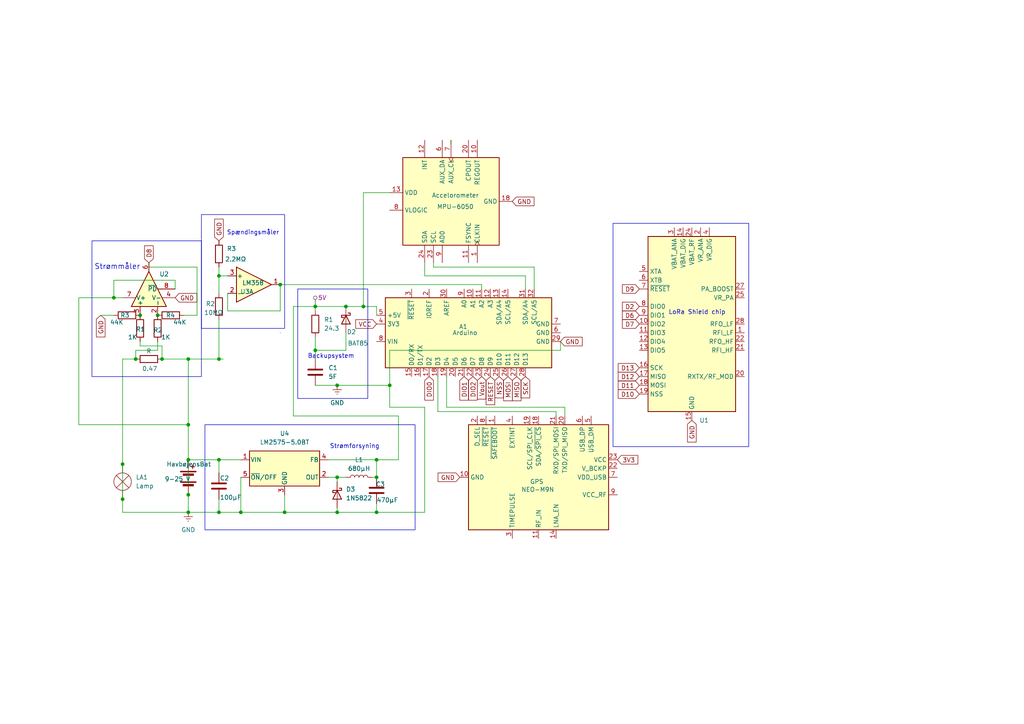
<source format=kicad_sch>
(kicad_sch
	(version 20231120)
	(generator "eeschema")
	(generator_version "8.0")
	(uuid "139331e1-30a4-44be-9971-4eea044fff0b")
	(paper "A4")
	(lib_symbols
		(symbol "ADA4898-1YRDZ_1"
			(pin_names
				(offset 0.127)
			)
			(exclude_from_sim no)
			(in_bom yes)
			(on_board yes)
			(property "Reference" "U"
				(at 3.81 3.81 0)
				(effects
					(font
						(size 1.27 1.27)
					)
				)
			)
			(property "Value" "ADA4898-1YRDZ"
				(at 11.43 -2.54 0)
				(effects
					(font
						(size 1.27 1.27)
					)
				)
			)
			(property "Footprint" "Package_SO:SOIC-8-1EP_3.9x4.9mm_P1.27mm_EP2.29x3mm"
				(at 0 -15.24 0)
				(effects
					(font
						(size 1.27 1.27)
					)
					(hide yes)
				)
			)
			(property "Datasheet" "https://www.analog.com/media/en/technical-documentation/data-sheets/ada4898-1_4898-2.pdf"
				(at 0 0 0)
				(effects
					(font
						(size 1.27 1.27)
					)
					(hide yes)
				)
			)
			(property "Description" "High Voltage, Low Noise, Low Distortion, Unity-Gain Stable, High Speed Op Amp, SOIC-8"
				(at 0 0 0)
				(effects
					(font
						(size 1.27 1.27)
					)
					(hide yes)
				)
			)
			(property "ki_keywords" "opamp single low noise low distortion"
				(at 0 0 0)
				(effects
					(font
						(size 1.27 1.27)
					)
					(hide yes)
				)
			)
			(property "ki_fp_filters" "SOIC*1EP*3.9x4.9mm*P1.27mm*"
				(at 0 0 0)
				(effects
					(font
						(size 1.27 1.27)
					)
					(hide yes)
				)
			)
			(symbol "ADA4898-1YRDZ_1_1_1"
				(polyline
					(pts
						(xy -5.08 5.08) (xy 5.08 0) (xy -5.08 -5.08) (xy -5.08 5.08)
					)
					(stroke
						(width 0.254)
						(type default)
					)
					(fill
						(type background)
					)
				)
				(pin input line
					(at -7.62 -2.54 0)
					(length 2.54)
					(name "-"
						(effects
							(font
								(size 1.27 1.27)
							)
						)
					)
					(number "2"
						(effects
							(font
								(size 1.27 1.27)
							)
						)
					)
				)
				(pin input line
					(at -7.62 2.54 0)
					(length 2.54)
					(name "+"
						(effects
							(font
								(size 1.27 1.27)
							)
						)
					)
					(number "3"
						(effects
							(font
								(size 1.27 1.27)
							)
						)
					)
				)
				(pin power_in line
					(at -2.54 -7.62 90)
					(length 3.81)
					(name "V-"
						(effects
							(font
								(size 1.27 1.27)
							)
						)
					)
					(number "4"
						(effects
							(font
								(size 1.27 1.27)
							)
						)
					)
				)
				(pin output line
					(at 7.62 0 180)
					(length 2.54)
					(name "~"
						(effects
							(font
								(size 1.27 1.27)
							)
						)
					)
					(number "6"
						(effects
							(font
								(size 1.27 1.27)
							)
						)
					)
				)
				(pin power_in line
					(at -2.54 7.62 270)
					(length 3.81)
					(name "V+"
						(effects
							(font
								(size 1.27 1.27)
							)
						)
					)
					(number "7"
						(effects
							(font
								(size 1.27 1.27)
							)
						)
					)
				)
				(pin input line
					(at 0 -7.62 90)
					(length 5.08)
					(name "~{PD}"
						(effects
							(font
								(size 1.27 1.27)
							)
						)
					)
					(number "8"
						(effects
							(font
								(size 1.27 1.27)
							)
						)
					)
				)
			)
		)
		(symbol "Amplifier_Operational:LM358"
			(pin_names
				(offset 0.127)
			)
			(exclude_from_sim no)
			(in_bom yes)
			(on_board yes)
			(property "Reference" "U"
				(at 0 5.08 0)
				(effects
					(font
						(size 1.27 1.27)
					)
					(justify left)
				)
			)
			(property "Value" "LM358"
				(at 0 -5.08 0)
				(effects
					(font
						(size 1.27 1.27)
					)
					(justify left)
				)
			)
			(property "Footprint" ""
				(at 0 0 0)
				(effects
					(font
						(size 1.27 1.27)
					)
					(hide yes)
				)
			)
			(property "Datasheet" "http://www.ti.com/lit/ds/symlink/lm2904-n.pdf"
				(at 0 0 0)
				(effects
					(font
						(size 1.27 1.27)
					)
					(hide yes)
				)
			)
			(property "Description" "Low-Power, Dual Operational Amplifiers, DIP-8/SOIC-8/TO-99-8"
				(at 0 0 0)
				(effects
					(font
						(size 1.27 1.27)
					)
					(hide yes)
				)
			)
			(property "ki_locked" ""
				(at 0 0 0)
				(effects
					(font
						(size 1.27 1.27)
					)
				)
			)
			(property "ki_keywords" "dual opamp"
				(at 0 0 0)
				(effects
					(font
						(size 1.27 1.27)
					)
					(hide yes)
				)
			)
			(property "ki_fp_filters" "SOIC*3.9x4.9mm*P1.27mm* DIP*W7.62mm* TO*99* OnSemi*Micro8* TSSOP*3x3mm*P0.65mm* TSSOP*4.4x3mm*P0.65mm* MSOP*3x3mm*P0.65mm* SSOP*3.9x4.9mm*P0.635mm* LFCSP*2x2mm*P0.5mm* *SIP* SOIC*5.3x6.2mm*P1.27mm*"
				(at 0 0 0)
				(effects
					(font
						(size 1.27 1.27)
					)
					(hide yes)
				)
			)
			(symbol "LM358_1_1"
				(polyline
					(pts
						(xy -5.08 5.08) (xy 5.08 0) (xy -5.08 -5.08) (xy -5.08 5.08)
					)
					(stroke
						(width 0.254)
						(type default)
					)
					(fill
						(type background)
					)
				)
				(pin output line
					(at 7.62 0 180)
					(length 2.54)
					(name "~"
						(effects
							(font
								(size 1.27 1.27)
							)
						)
					)
					(number "1"
						(effects
							(font
								(size 1.27 1.27)
							)
						)
					)
				)
				(pin input line
					(at -7.62 -2.54 0)
					(length 2.54)
					(name "-"
						(effects
							(font
								(size 1.27 1.27)
							)
						)
					)
					(number "2"
						(effects
							(font
								(size 1.27 1.27)
							)
						)
					)
				)
				(pin input line
					(at -7.62 2.54 0)
					(length 2.54)
					(name "+"
						(effects
							(font
								(size 1.27 1.27)
							)
						)
					)
					(number "3"
						(effects
							(font
								(size 1.27 1.27)
							)
						)
					)
				)
			)
			(symbol "LM358_2_1"
				(polyline
					(pts
						(xy -5.08 5.08) (xy 5.08 0) (xy -5.08 -5.08) (xy -5.08 5.08)
					)
					(stroke
						(width 0.254)
						(type default)
					)
					(fill
						(type background)
					)
				)
				(pin input line
					(at -7.62 2.54 0)
					(length 2.54)
					(name "+"
						(effects
							(font
								(size 1.27 1.27)
							)
						)
					)
					(number "5"
						(effects
							(font
								(size 1.27 1.27)
							)
						)
					)
				)
				(pin input line
					(at -7.62 -2.54 0)
					(length 2.54)
					(name "-"
						(effects
							(font
								(size 1.27 1.27)
							)
						)
					)
					(number "6"
						(effects
							(font
								(size 1.27 1.27)
							)
						)
					)
				)
				(pin output line
					(at 7.62 0 180)
					(length 2.54)
					(name "~"
						(effects
							(font
								(size 1.27 1.27)
							)
						)
					)
					(number "7"
						(effects
							(font
								(size 1.27 1.27)
							)
						)
					)
				)
			)
			(symbol "LM358_3_1"
				(pin power_in line
					(at -2.54 -7.62 90)
					(length 3.81)
					(name "V-"
						(effects
							(font
								(size 1.27 1.27)
							)
						)
					)
					(number "4"
						(effects
							(font
								(size 1.27 1.27)
							)
						)
					)
				)
				(pin power_in line
					(at -2.54 7.62 270)
					(length 3.81)
					(name "V+"
						(effects
							(font
								(size 1.27 1.27)
							)
						)
					)
					(number "8"
						(effects
							(font
								(size 1.27 1.27)
							)
						)
					)
				)
			)
		)
		(symbol "Device:Battery"
			(pin_numbers hide)
			(pin_names
				(offset 0) hide)
			(exclude_from_sim no)
			(in_bom yes)
			(on_board yes)
			(property "Reference" "BT"
				(at 2.54 2.54 0)
				(effects
					(font
						(size 1.27 1.27)
					)
					(justify left)
				)
			)
			(property "Value" "Battery"
				(at 2.54 0 0)
				(effects
					(font
						(size 1.27 1.27)
					)
					(justify left)
				)
			)
			(property "Footprint" ""
				(at 0 1.524 90)
				(effects
					(font
						(size 1.27 1.27)
					)
					(hide yes)
				)
			)
			(property "Datasheet" "~"
				(at 0 1.524 90)
				(effects
					(font
						(size 1.27 1.27)
					)
					(hide yes)
				)
			)
			(property "Description" "Multiple-cell battery"
				(at 0 0 0)
				(effects
					(font
						(size 1.27 1.27)
					)
					(hide yes)
				)
			)
			(property "ki_keywords" "batt voltage-source cell"
				(at 0 0 0)
				(effects
					(font
						(size 1.27 1.27)
					)
					(hide yes)
				)
			)
			(symbol "Battery_0_1"
				(rectangle
					(start -2.286 -1.27)
					(end 2.286 -1.524)
					(stroke
						(width 0)
						(type default)
					)
					(fill
						(type outline)
					)
				)
				(rectangle
					(start -2.286 1.778)
					(end 2.286 1.524)
					(stroke
						(width 0)
						(type default)
					)
					(fill
						(type outline)
					)
				)
				(rectangle
					(start -1.524 -2.032)
					(end 1.524 -2.54)
					(stroke
						(width 0)
						(type default)
					)
					(fill
						(type outline)
					)
				)
				(rectangle
					(start -1.524 1.016)
					(end 1.524 0.508)
					(stroke
						(width 0)
						(type default)
					)
					(fill
						(type outline)
					)
				)
				(polyline
					(pts
						(xy 0 -1.016) (xy 0 -0.762)
					)
					(stroke
						(width 0)
						(type default)
					)
					(fill
						(type none)
					)
				)
				(polyline
					(pts
						(xy 0 -0.508) (xy 0 -0.254)
					)
					(stroke
						(width 0)
						(type default)
					)
					(fill
						(type none)
					)
				)
				(polyline
					(pts
						(xy 0 0) (xy 0 0.254)
					)
					(stroke
						(width 0)
						(type default)
					)
					(fill
						(type none)
					)
				)
				(polyline
					(pts
						(xy 0 1.778) (xy 0 2.54)
					)
					(stroke
						(width 0)
						(type default)
					)
					(fill
						(type none)
					)
				)
				(polyline
					(pts
						(xy 0.762 3.048) (xy 1.778 3.048)
					)
					(stroke
						(width 0.254)
						(type default)
					)
					(fill
						(type none)
					)
				)
				(polyline
					(pts
						(xy 1.27 3.556) (xy 1.27 2.54)
					)
					(stroke
						(width 0.254)
						(type default)
					)
					(fill
						(type none)
					)
				)
			)
			(symbol "Battery_1_1"
				(pin passive line
					(at 0 5.08 270)
					(length 2.54)
					(name "+"
						(effects
							(font
								(size 1.27 1.27)
							)
						)
					)
					(number "1"
						(effects
							(font
								(size 1.27 1.27)
							)
						)
					)
				)
				(pin passive line
					(at 0 -5.08 90)
					(length 2.54)
					(name "-"
						(effects
							(font
								(size 1.27 1.27)
							)
						)
					)
					(number "2"
						(effects
							(font
								(size 1.27 1.27)
							)
						)
					)
				)
			)
		)
		(symbol "Device:C"
			(pin_numbers hide)
			(pin_names
				(offset 0.254)
			)
			(exclude_from_sim no)
			(in_bom yes)
			(on_board yes)
			(property "Reference" "C"
				(at 0.635 2.54 0)
				(effects
					(font
						(size 1.27 1.27)
					)
					(justify left)
				)
			)
			(property "Value" "C"
				(at 0.635 -2.54 0)
				(effects
					(font
						(size 1.27 1.27)
					)
					(justify left)
				)
			)
			(property "Footprint" ""
				(at 0.9652 -3.81 0)
				(effects
					(font
						(size 1.27 1.27)
					)
					(hide yes)
				)
			)
			(property "Datasheet" "~"
				(at 0 0 0)
				(effects
					(font
						(size 1.27 1.27)
					)
					(hide yes)
				)
			)
			(property "Description" "Unpolarized capacitor"
				(at 0 0 0)
				(effects
					(font
						(size 1.27 1.27)
					)
					(hide yes)
				)
			)
			(property "ki_keywords" "cap capacitor"
				(at 0 0 0)
				(effects
					(font
						(size 1.27 1.27)
					)
					(hide yes)
				)
			)
			(property "ki_fp_filters" "C_*"
				(at 0 0 0)
				(effects
					(font
						(size 1.27 1.27)
					)
					(hide yes)
				)
			)
			(symbol "C_0_1"
				(polyline
					(pts
						(xy -2.032 -0.762) (xy 2.032 -0.762)
					)
					(stroke
						(width 0.508)
						(type default)
					)
					(fill
						(type none)
					)
				)
				(polyline
					(pts
						(xy -2.032 0.762) (xy 2.032 0.762)
					)
					(stroke
						(width 0.508)
						(type default)
					)
					(fill
						(type none)
					)
				)
			)
			(symbol "C_1_1"
				(pin passive line
					(at 0 3.81 270)
					(length 2.794)
					(name "~"
						(effects
							(font
								(size 1.27 1.27)
							)
						)
					)
					(number "1"
						(effects
							(font
								(size 1.27 1.27)
							)
						)
					)
				)
				(pin passive line
					(at 0 -3.81 90)
					(length 2.794)
					(name "~"
						(effects
							(font
								(size 1.27 1.27)
							)
						)
					)
					(number "2"
						(effects
							(font
								(size 1.27 1.27)
							)
						)
					)
				)
			)
		)
		(symbol "Device:L"
			(pin_numbers hide)
			(pin_names
				(offset 1.016) hide)
			(exclude_from_sim no)
			(in_bom yes)
			(on_board yes)
			(property "Reference" "L"
				(at -1.27 0 90)
				(effects
					(font
						(size 1.27 1.27)
					)
				)
			)
			(property "Value" "L"
				(at 1.905 0 90)
				(effects
					(font
						(size 1.27 1.27)
					)
				)
			)
			(property "Footprint" ""
				(at 0 0 0)
				(effects
					(font
						(size 1.27 1.27)
					)
					(hide yes)
				)
			)
			(property "Datasheet" "~"
				(at 0 0 0)
				(effects
					(font
						(size 1.27 1.27)
					)
					(hide yes)
				)
			)
			(property "Description" "Inductor"
				(at 0 0 0)
				(effects
					(font
						(size 1.27 1.27)
					)
					(hide yes)
				)
			)
			(property "ki_keywords" "inductor choke coil reactor magnetic"
				(at 0 0 0)
				(effects
					(font
						(size 1.27 1.27)
					)
					(hide yes)
				)
			)
			(property "ki_fp_filters" "Choke_* *Coil* Inductor_* L_*"
				(at 0 0 0)
				(effects
					(font
						(size 1.27 1.27)
					)
					(hide yes)
				)
			)
			(symbol "L_0_1"
				(arc
					(start 0 -2.54)
					(mid 0.6323 -1.905)
					(end 0 -1.27)
					(stroke
						(width 0)
						(type default)
					)
					(fill
						(type none)
					)
				)
				(arc
					(start 0 -1.27)
					(mid 0.6323 -0.635)
					(end 0 0)
					(stroke
						(width 0)
						(type default)
					)
					(fill
						(type none)
					)
				)
				(arc
					(start 0 0)
					(mid 0.6323 0.635)
					(end 0 1.27)
					(stroke
						(width 0)
						(type default)
					)
					(fill
						(type none)
					)
				)
				(arc
					(start 0 1.27)
					(mid 0.6323 1.905)
					(end 0 2.54)
					(stroke
						(width 0)
						(type default)
					)
					(fill
						(type none)
					)
				)
			)
			(symbol "L_1_1"
				(pin passive line
					(at 0 3.81 270)
					(length 1.27)
					(name "1"
						(effects
							(font
								(size 1.27 1.27)
							)
						)
					)
					(number "1"
						(effects
							(font
								(size 1.27 1.27)
							)
						)
					)
				)
				(pin passive line
					(at 0 -3.81 90)
					(length 1.27)
					(name "2"
						(effects
							(font
								(size 1.27 1.27)
							)
						)
					)
					(number "2"
						(effects
							(font
								(size 1.27 1.27)
							)
						)
					)
				)
			)
		)
		(symbol "Device:Lamp"
			(pin_numbers hide)
			(pin_names
				(offset 0.0254) hide)
			(exclude_from_sim no)
			(in_bom yes)
			(on_board yes)
			(property "Reference" "LA"
				(at 0.635 3.81 0)
				(effects
					(font
						(size 1.27 1.27)
					)
					(justify left)
				)
			)
			(property "Value" "Lamp"
				(at 0.635 -3.81 0)
				(effects
					(font
						(size 1.27 1.27)
					)
					(justify left)
				)
			)
			(property "Footprint" ""
				(at 0 2.54 90)
				(effects
					(font
						(size 1.27 1.27)
					)
					(hide yes)
				)
			)
			(property "Datasheet" "~"
				(at 0 2.54 90)
				(effects
					(font
						(size 1.27 1.27)
					)
					(hide yes)
				)
			)
			(property "Description" "Lamp"
				(at 0 0 0)
				(effects
					(font
						(size 1.27 1.27)
					)
					(hide yes)
				)
			)
			(property "ki_keywords" "lamp"
				(at 0 0 0)
				(effects
					(font
						(size 1.27 1.27)
					)
					(hide yes)
				)
			)
			(symbol "Lamp_0_1"
				(polyline
					(pts
						(xy -1.778 1.778) (xy 1.778 -1.778)
					)
					(stroke
						(width 0)
						(type default)
					)
					(fill
						(type none)
					)
				)
				(polyline
					(pts
						(xy 1.778 1.778) (xy -1.778 -1.778)
					)
					(stroke
						(width 0)
						(type default)
					)
					(fill
						(type none)
					)
				)
				(circle
					(center 0 0)
					(radius 2.54)
					(stroke
						(width 0)
						(type default)
					)
					(fill
						(type none)
					)
				)
			)
			(symbol "Lamp_1_1"
				(pin passive line
					(at 0 -5.08 90)
					(length 2.54)
					(name "-"
						(effects
							(font
								(size 1.27 1.27)
							)
						)
					)
					(number "1"
						(effects
							(font
								(size 1.27 1.27)
							)
						)
					)
				)
				(pin passive line
					(at 0 5.08 270)
					(length 2.54)
					(name "+"
						(effects
							(font
								(size 1.27 1.27)
							)
						)
					)
					(number "2"
						(effects
							(font
								(size 1.27 1.27)
							)
						)
					)
				)
			)
		)
		(symbol "Device:R"
			(pin_numbers hide)
			(pin_names
				(offset 0)
			)
			(exclude_from_sim no)
			(in_bom yes)
			(on_board yes)
			(property "Reference" "R"
				(at 2.032 0 90)
				(effects
					(font
						(size 1.27 1.27)
					)
				)
			)
			(property "Value" "R"
				(at 0 0 90)
				(effects
					(font
						(size 1.27 1.27)
					)
				)
			)
			(property "Footprint" ""
				(at -1.778 0 90)
				(effects
					(font
						(size 1.27 1.27)
					)
					(hide yes)
				)
			)
			(property "Datasheet" "~"
				(at 0 0 0)
				(effects
					(font
						(size 1.27 1.27)
					)
					(hide yes)
				)
			)
			(property "Description" "Resistor"
				(at 0 0 0)
				(effects
					(font
						(size 1.27 1.27)
					)
					(hide yes)
				)
			)
			(property "ki_keywords" "R res resistor"
				(at 0 0 0)
				(effects
					(font
						(size 1.27 1.27)
					)
					(hide yes)
				)
			)
			(property "ki_fp_filters" "R_*"
				(at 0 0 0)
				(effects
					(font
						(size 1.27 1.27)
					)
					(hide yes)
				)
			)
			(symbol "R_0_1"
				(rectangle
					(start -1.016 -2.54)
					(end 1.016 2.54)
					(stroke
						(width 0.254)
						(type default)
					)
					(fill
						(type none)
					)
				)
			)
			(symbol "R_1_1"
				(pin passive line
					(at 0 3.81 270)
					(length 1.27)
					(name "~"
						(effects
							(font
								(size 1.27 1.27)
							)
						)
					)
					(number "1"
						(effects
							(font
								(size 1.27 1.27)
							)
						)
					)
				)
				(pin passive line
					(at 0 -3.81 90)
					(length 1.27)
					(name "~"
						(effects
							(font
								(size 1.27 1.27)
							)
						)
					)
					(number "2"
						(effects
							(font
								(size 1.27 1.27)
							)
						)
					)
				)
			)
		)
		(symbol "Diode:1N5822"
			(pin_numbers hide)
			(pin_names
				(offset 1.016) hide)
			(exclude_from_sim no)
			(in_bom yes)
			(on_board yes)
			(property "Reference" "D"
				(at 0 2.54 0)
				(effects
					(font
						(size 1.27 1.27)
					)
				)
			)
			(property "Value" "1N5822"
				(at 0 -2.54 0)
				(effects
					(font
						(size 1.27 1.27)
					)
				)
			)
			(property "Footprint" "Diode_THT:D_DO-201AD_P15.24mm_Horizontal"
				(at 0 -4.445 0)
				(effects
					(font
						(size 1.27 1.27)
					)
					(hide yes)
				)
			)
			(property "Datasheet" "http://www.vishay.com/docs/88526/1n5820.pdf"
				(at 0 0 0)
				(effects
					(font
						(size 1.27 1.27)
					)
					(hide yes)
				)
			)
			(property "Description" "40V 3A Schottky Barrier Rectifier Diode, DO-201AD"
				(at 0 0 0)
				(effects
					(font
						(size 1.27 1.27)
					)
					(hide yes)
				)
			)
			(property "ki_keywords" "diode Schottky"
				(at 0 0 0)
				(effects
					(font
						(size 1.27 1.27)
					)
					(hide yes)
				)
			)
			(property "ki_fp_filters" "D*DO?201AD*"
				(at 0 0 0)
				(effects
					(font
						(size 1.27 1.27)
					)
					(hide yes)
				)
			)
			(symbol "1N5822_0_1"
				(polyline
					(pts
						(xy 1.27 0) (xy -1.27 0)
					)
					(stroke
						(width 0)
						(type default)
					)
					(fill
						(type none)
					)
				)
				(polyline
					(pts
						(xy 1.27 1.27) (xy 1.27 -1.27) (xy -1.27 0) (xy 1.27 1.27)
					)
					(stroke
						(width 0.254)
						(type default)
					)
					(fill
						(type none)
					)
				)
				(polyline
					(pts
						(xy -1.905 0.635) (xy -1.905 1.27) (xy -1.27 1.27) (xy -1.27 -1.27) (xy -0.635 -1.27) (xy -0.635 -0.635)
					)
					(stroke
						(width 0.254)
						(type default)
					)
					(fill
						(type none)
					)
				)
			)
			(symbol "1N5822_1_1"
				(pin passive line
					(at -3.81 0 0)
					(length 2.54)
					(name "K"
						(effects
							(font
								(size 1.27 1.27)
							)
						)
					)
					(number "1"
						(effects
							(font
								(size 1.27 1.27)
							)
						)
					)
				)
				(pin passive line
					(at 3.81 0 180)
					(length 2.54)
					(name "A"
						(effects
							(font
								(size 1.27 1.27)
							)
						)
					)
					(number "2"
						(effects
							(font
								(size 1.27 1.27)
							)
						)
					)
				)
			)
		)
		(symbol "Diode:BAT85"
			(pin_numbers hide)
			(pin_names
				(offset 1.016) hide)
			(exclude_from_sim no)
			(in_bom yes)
			(on_board yes)
			(property "Reference" "D"
				(at 0 2.54 0)
				(effects
					(font
						(size 1.27 1.27)
					)
				)
			)
			(property "Value" "BAT85"
				(at 0 -2.54 0)
				(effects
					(font
						(size 1.27 1.27)
					)
				)
			)
			(property "Footprint" "Diode_THT:D_DO-35_SOD27_P7.62mm_Horizontal"
				(at 0 -4.445 0)
				(effects
					(font
						(size 1.27 1.27)
					)
					(hide yes)
				)
			)
			(property "Datasheet" "https://assets.nexperia.com/documents/data-sheet/BAT85.pdf"
				(at 0 0 0)
				(effects
					(font
						(size 1.27 1.27)
					)
					(hide yes)
				)
			)
			(property "Description" "30V 0.2A Schottky barrier single diode, DO-35"
				(at 0 0 0)
				(effects
					(font
						(size 1.27 1.27)
					)
					(hide yes)
				)
			)
			(property "ki_keywords" "diode Schottky"
				(at 0 0 0)
				(effects
					(font
						(size 1.27 1.27)
					)
					(hide yes)
				)
			)
			(property "ki_fp_filters" "D*DO?35*"
				(at 0 0 0)
				(effects
					(font
						(size 1.27 1.27)
					)
					(hide yes)
				)
			)
			(symbol "BAT85_0_1"
				(polyline
					(pts
						(xy 1.27 0) (xy -1.27 0)
					)
					(stroke
						(width 0)
						(type default)
					)
					(fill
						(type none)
					)
				)
				(polyline
					(pts
						(xy 1.27 1.27) (xy 1.27 -1.27) (xy -1.27 0) (xy 1.27 1.27)
					)
					(stroke
						(width 0.254)
						(type default)
					)
					(fill
						(type none)
					)
				)
				(polyline
					(pts
						(xy -1.905 0.635) (xy -1.905 1.27) (xy -1.27 1.27) (xy -1.27 -1.27) (xy -0.635 -1.27) (xy -0.635 -0.635)
					)
					(stroke
						(width 0.254)
						(type default)
					)
					(fill
						(type none)
					)
				)
			)
			(symbol "BAT85_1_1"
				(pin passive line
					(at -3.81 0 0)
					(length 2.54)
					(name "K"
						(effects
							(font
								(size 1.27 1.27)
							)
						)
					)
					(number "1"
						(effects
							(font
								(size 1.27 1.27)
							)
						)
					)
				)
				(pin passive line
					(at 3.81 0 180)
					(length 2.54)
					(name "A"
						(effects
							(font
								(size 1.27 1.27)
							)
						)
					)
					(number "2"
						(effects
							(font
								(size 1.27 1.27)
							)
						)
					)
				)
			)
		)
		(symbol "MCU_Module:Arduino_UNO_R3"
			(exclude_from_sim no)
			(in_bom yes)
			(on_board yes)
			(property "Reference" "A"
				(at -10.16 23.495 0)
				(effects
					(font
						(size 1.27 1.27)
					)
					(justify left bottom)
				)
			)
			(property "Value" "Arduino_UNO_R3"
				(at 5.08 -26.67 0)
				(effects
					(font
						(size 1.27 1.27)
					)
					(justify left top)
				)
			)
			(property "Footprint" "Module:Arduino_UNO_R3"
				(at 0 0 0)
				(effects
					(font
						(size 1.27 1.27)
						(italic yes)
					)
					(hide yes)
				)
			)
			(property "Datasheet" "https://www.arduino.cc/en/Main/arduinoBoardUno"
				(at 0 0 0)
				(effects
					(font
						(size 1.27 1.27)
					)
					(hide yes)
				)
			)
			(property "Description" "Arduino UNO Microcontroller Module, release 3"
				(at 0 0 0)
				(effects
					(font
						(size 1.27 1.27)
					)
					(hide yes)
				)
			)
			(property "ki_keywords" "Arduino UNO R3 Microcontroller Module Atmel AVR USB"
				(at 0 0 0)
				(effects
					(font
						(size 1.27 1.27)
					)
					(hide yes)
				)
			)
			(property "ki_fp_filters" "Arduino*UNO*R3*"
				(at 0 0 0)
				(effects
					(font
						(size 1.27 1.27)
					)
					(hide yes)
				)
			)
			(symbol "Arduino_UNO_R3_0_1"
				(rectangle
					(start -10.16 22.86)
					(end 10.16 -25.4)
					(stroke
						(width 0.254)
						(type default)
					)
					(fill
						(type background)
					)
				)
			)
			(symbol "Arduino_UNO_R3_1_1"
				(pin no_connect line
					(at -10.16 -20.32 0)
					(length 2.54) hide
					(name "NC"
						(effects
							(font
								(size 1.27 1.27)
							)
						)
					)
					(number "1"
						(effects
							(font
								(size 1.27 1.27)
							)
						)
					)
				)
				(pin bidirectional line
					(at 12.7 -2.54 180)
					(length 2.54)
					(name "A1"
						(effects
							(font
								(size 1.27 1.27)
							)
						)
					)
					(number "10"
						(effects
							(font
								(size 1.27 1.27)
							)
						)
					)
				)
				(pin bidirectional line
					(at 12.7 -5.08 180)
					(length 2.54)
					(name "A2"
						(effects
							(font
								(size 1.27 1.27)
							)
						)
					)
					(number "11"
						(effects
							(font
								(size 1.27 1.27)
							)
						)
					)
				)
				(pin bidirectional line
					(at 12.7 -7.62 180)
					(length 2.54)
					(name "A3"
						(effects
							(font
								(size 1.27 1.27)
							)
						)
					)
					(number "12"
						(effects
							(font
								(size 1.27 1.27)
							)
						)
					)
				)
				(pin bidirectional line
					(at 12.7 -10.16 180)
					(length 2.54)
					(name "SDA/A4"
						(effects
							(font
								(size 1.27 1.27)
							)
						)
					)
					(number "13"
						(effects
							(font
								(size 1.27 1.27)
							)
						)
					)
				)
				(pin bidirectional line
					(at 12.7 -12.7 180)
					(length 2.54)
					(name "SCL/A5"
						(effects
							(font
								(size 1.27 1.27)
							)
						)
					)
					(number "14"
						(effects
							(font
								(size 1.27 1.27)
							)
						)
					)
				)
				(pin bidirectional line
					(at -12.7 15.24 0)
					(length 2.54)
					(name "D0/RX"
						(effects
							(font
								(size 1.27 1.27)
							)
						)
					)
					(number "15"
						(effects
							(font
								(size 1.27 1.27)
							)
						)
					)
				)
				(pin bidirectional line
					(at -12.7 12.7 0)
					(length 2.54)
					(name "D1/TX"
						(effects
							(font
								(size 1.27 1.27)
							)
						)
					)
					(number "16"
						(effects
							(font
								(size 1.27 1.27)
							)
						)
					)
				)
				(pin bidirectional line
					(at -12.7 10.16 0)
					(length 2.54)
					(name "D2"
						(effects
							(font
								(size 1.27 1.27)
							)
						)
					)
					(number "17"
						(effects
							(font
								(size 1.27 1.27)
							)
						)
					)
				)
				(pin bidirectional line
					(at -12.7 7.62 0)
					(length 2.54)
					(name "D3"
						(effects
							(font
								(size 1.27 1.27)
							)
						)
					)
					(number "18"
						(effects
							(font
								(size 1.27 1.27)
							)
						)
					)
				)
				(pin bidirectional line
					(at -12.7 5.08 0)
					(length 2.54)
					(name "D4"
						(effects
							(font
								(size 1.27 1.27)
							)
						)
					)
					(number "19"
						(effects
							(font
								(size 1.27 1.27)
							)
						)
					)
				)
				(pin output line
					(at 12.7 10.16 180)
					(length 2.54)
					(name "IOREF"
						(effects
							(font
								(size 1.27 1.27)
							)
						)
					)
					(number "2"
						(effects
							(font
								(size 1.27 1.27)
							)
						)
					)
				)
				(pin bidirectional line
					(at -12.7 2.54 0)
					(length 2.54)
					(name "D5"
						(effects
							(font
								(size 1.27 1.27)
							)
						)
					)
					(number "20"
						(effects
							(font
								(size 1.27 1.27)
							)
						)
					)
				)
				(pin bidirectional line
					(at -12.7 0 0)
					(length 2.54)
					(name "D6"
						(effects
							(font
								(size 1.27 1.27)
							)
						)
					)
					(number "21"
						(effects
							(font
								(size 1.27 1.27)
							)
						)
					)
				)
				(pin bidirectional line
					(at -12.7 -2.54 0)
					(length 2.54)
					(name "D7"
						(effects
							(font
								(size 1.27 1.27)
							)
						)
					)
					(number "22"
						(effects
							(font
								(size 1.27 1.27)
							)
						)
					)
				)
				(pin bidirectional line
					(at -12.7 -5.08 0)
					(length 2.54)
					(name "D8"
						(effects
							(font
								(size 1.27 1.27)
							)
						)
					)
					(number "23"
						(effects
							(font
								(size 1.27 1.27)
							)
						)
					)
				)
				(pin bidirectional line
					(at -12.7 -7.62 0)
					(length 2.54)
					(name "D9"
						(effects
							(font
								(size 1.27 1.27)
							)
						)
					)
					(number "24"
						(effects
							(font
								(size 1.27 1.27)
							)
						)
					)
				)
				(pin bidirectional line
					(at -12.7 -10.16 0)
					(length 2.54)
					(name "D10"
						(effects
							(font
								(size 1.27 1.27)
							)
						)
					)
					(number "25"
						(effects
							(font
								(size 1.27 1.27)
							)
						)
					)
				)
				(pin bidirectional line
					(at -12.7 -12.7 0)
					(length 2.54)
					(name "D11"
						(effects
							(font
								(size 1.27 1.27)
							)
						)
					)
					(number "26"
						(effects
							(font
								(size 1.27 1.27)
							)
						)
					)
				)
				(pin bidirectional line
					(at -12.7 -15.24 0)
					(length 2.54)
					(name "D12"
						(effects
							(font
								(size 1.27 1.27)
							)
						)
					)
					(number "27"
						(effects
							(font
								(size 1.27 1.27)
							)
						)
					)
				)
				(pin bidirectional line
					(at -12.7 -17.78 0)
					(length 2.54)
					(name "D13"
						(effects
							(font
								(size 1.27 1.27)
							)
						)
					)
					(number "28"
						(effects
							(font
								(size 1.27 1.27)
							)
						)
					)
				)
				(pin power_in line
					(at -2.54 -27.94 90)
					(length 2.54)
					(name "GND"
						(effects
							(font
								(size 1.27 1.27)
							)
						)
					)
					(number "29"
						(effects
							(font
								(size 1.27 1.27)
							)
						)
					)
				)
				(pin input line
					(at 12.7 15.24 180)
					(length 2.54)
					(name "~{RESET}"
						(effects
							(font
								(size 1.27 1.27)
							)
						)
					)
					(number "3"
						(effects
							(font
								(size 1.27 1.27)
							)
						)
					)
				)
				(pin input line
					(at 12.7 5.08 180)
					(length 2.54)
					(name "AREF"
						(effects
							(font
								(size 1.27 1.27)
							)
						)
					)
					(number "30"
						(effects
							(font
								(size 1.27 1.27)
							)
						)
					)
				)
				(pin bidirectional line
					(at 12.7 -17.78 180)
					(length 2.54)
					(name "SDA/A4"
						(effects
							(font
								(size 1.27 1.27)
							)
						)
					)
					(number "31"
						(effects
							(font
								(size 1.27 1.27)
							)
						)
					)
				)
				(pin bidirectional line
					(at 12.7 -20.32 180)
					(length 2.54)
					(name "SCL/A5"
						(effects
							(font
								(size 1.27 1.27)
							)
						)
					)
					(number "32"
						(effects
							(font
								(size 1.27 1.27)
							)
						)
					)
				)
				(pin power_out line
					(at 2.54 25.4 270)
					(length 2.54)
					(name "3V3"
						(effects
							(font
								(size 1.27 1.27)
							)
						)
					)
					(number "4"
						(effects
							(font
								(size 1.27 1.27)
							)
						)
					)
				)
				(pin power_out line
					(at 5.08 25.4 270)
					(length 2.54)
					(name "+5V"
						(effects
							(font
								(size 1.27 1.27)
							)
						)
					)
					(number "5"
						(effects
							(font
								(size 1.27 1.27)
							)
						)
					)
				)
				(pin power_in line
					(at 0 -27.94 90)
					(length 2.54)
					(name "GND"
						(effects
							(font
								(size 1.27 1.27)
							)
						)
					)
					(number "6"
						(effects
							(font
								(size 1.27 1.27)
							)
						)
					)
				)
				(pin power_in line
					(at 2.54 -27.94 90)
					(length 2.54)
					(name "GND"
						(effects
							(font
								(size 1.27 1.27)
							)
						)
					)
					(number "7"
						(effects
							(font
								(size 1.27 1.27)
							)
						)
					)
				)
				(pin power_in line
					(at -2.54 25.4 270)
					(length 2.54)
					(name "VIN"
						(effects
							(font
								(size 1.27 1.27)
							)
						)
					)
					(number "8"
						(effects
							(font
								(size 1.27 1.27)
							)
						)
					)
				)
				(pin bidirectional line
					(at 12.7 0 180)
					(length 2.54)
					(name "A0"
						(effects
							(font
								(size 1.27 1.27)
							)
						)
					)
					(number "9"
						(effects
							(font
								(size 1.27 1.27)
							)
						)
					)
				)
			)
		)
		(symbol "RF:SX1276"
			(exclude_from_sim no)
			(in_bom yes)
			(on_board yes)
			(property "Reference" "U"
				(at 13.97 24.13 0)
				(effects
					(font
						(size 1.27 1.27)
					)
					(justify left)
				)
			)
			(property "Value" "SX1276"
				(at 13.97 21.59 0)
				(effects
					(font
						(size 1.27 1.27)
					)
					(justify left)
				)
			)
			(property "Footprint" "Package_DFN_QFN:QFN-28-1EP_6x6mm_P0.65mm_EP4.8x4.8mm"
				(at 0 -7.62 0)
				(effects
					(font
						(size 1.27 1.27)
					)
					(hide yes)
				)
			)
			(property "Datasheet" "https://semtech.my.salesforce.com/sfc/p/#E0000000JelG/a/2R0000001Rbr/6EfVZUorrpoKFfvaF_Fkpgp5kzjiNyiAbqcpqh9qSjE"
				(at 0 -5.08 0)
				(effects
					(font
						(size 1.27 1.27)
					)
					(hide yes)
				)
			)
			(property "Description" "137 MHz to 1020 MHz Low Power Long Range Transceiver, spreading factor from 6 to 12, LoRA, QFN-28"
				(at 0 0 0)
				(effects
					(font
						(size 1.27 1.27)
					)
					(hide yes)
				)
			)
			(property "ki_keywords" "low-power lora transceiver"
				(at 0 0 0)
				(effects
					(font
						(size 1.27 1.27)
					)
					(hide yes)
				)
			)
			(property "ki_fp_filters" "QFN*1EP*6x6mm*P0.65mm*"
				(at 0 0 0)
				(effects
					(font
						(size 1.27 1.27)
					)
					(hide yes)
				)
			)
			(symbol "SX1276_0_1"
				(rectangle
					(start -12.7 25.4)
					(end 12.7 -25.4)
					(stroke
						(width 0.254)
						(type default)
					)
					(fill
						(type background)
					)
				)
			)
			(symbol "SX1276_1_1"
				(pin input line
					(at 15.24 -2.54 180)
					(length 2.54)
					(name "RFI_LF"
						(effects
							(font
								(size 1.27 1.27)
							)
						)
					)
					(number "1"
						(effects
							(font
								(size 1.27 1.27)
							)
						)
					)
				)
				(pin bidirectional line
					(at -15.24 0 0)
					(length 2.54)
					(name "DIO2"
						(effects
							(font
								(size 1.27 1.27)
							)
						)
					)
					(number "10"
						(effects
							(font
								(size 1.27 1.27)
							)
						)
					)
				)
				(pin bidirectional line
					(at -15.24 -2.54 0)
					(length 2.54)
					(name "DIO3"
						(effects
							(font
								(size 1.27 1.27)
							)
						)
					)
					(number "11"
						(effects
							(font
								(size 1.27 1.27)
							)
						)
					)
				)
				(pin bidirectional line
					(at -15.24 -5.08 0)
					(length 2.54)
					(name "DIO4"
						(effects
							(font
								(size 1.27 1.27)
							)
						)
					)
					(number "12"
						(effects
							(font
								(size 1.27 1.27)
							)
						)
					)
				)
				(pin bidirectional line
					(at -15.24 -7.62 0)
					(length 2.54)
					(name "DIO5"
						(effects
							(font
								(size 1.27 1.27)
							)
						)
					)
					(number "13"
						(effects
							(font
								(size 1.27 1.27)
							)
						)
					)
				)
				(pin power_in line
					(at -2.54 27.94 270)
					(length 2.54)
					(name "VBAT_DIG"
						(effects
							(font
								(size 1.27 1.27)
							)
						)
					)
					(number "14"
						(effects
							(font
								(size 1.27 1.27)
							)
						)
					)
				)
				(pin power_in line
					(at 0 -27.94 90)
					(length 2.54)
					(name "GND"
						(effects
							(font
								(size 1.27 1.27)
							)
						)
					)
					(number "15"
						(effects
							(font
								(size 1.27 1.27)
							)
						)
					)
				)
				(pin input line
					(at -15.24 -12.7 0)
					(length 2.54)
					(name "SCK"
						(effects
							(font
								(size 1.27 1.27)
							)
						)
					)
					(number "16"
						(effects
							(font
								(size 1.27 1.27)
							)
						)
					)
				)
				(pin output line
					(at -15.24 -15.24 0)
					(length 2.54)
					(name "MISO"
						(effects
							(font
								(size 1.27 1.27)
							)
						)
					)
					(number "17"
						(effects
							(font
								(size 1.27 1.27)
							)
						)
					)
				)
				(pin input line
					(at -15.24 -17.78 0)
					(length 2.54)
					(name "MOSI"
						(effects
							(font
								(size 1.27 1.27)
							)
						)
					)
					(number "18"
						(effects
							(font
								(size 1.27 1.27)
							)
						)
					)
				)
				(pin input line
					(at -15.24 -20.32 0)
					(length 2.54)
					(name "NSS"
						(effects
							(font
								(size 1.27 1.27)
							)
						)
					)
					(number "19"
						(effects
							(font
								(size 1.27 1.27)
							)
						)
					)
				)
				(pin power_in line
					(at 2.54 27.94 270)
					(length 2.54)
					(name "VR_ANA"
						(effects
							(font
								(size 1.27 1.27)
							)
						)
					)
					(number "2"
						(effects
							(font
								(size 1.27 1.27)
							)
						)
					)
				)
				(pin output line
					(at 15.24 -15.24 180)
					(length 2.54)
					(name "RXTX/RF_MOD"
						(effects
							(font
								(size 1.27 1.27)
							)
						)
					)
					(number "20"
						(effects
							(font
								(size 1.27 1.27)
							)
						)
					)
				)
				(pin input line
					(at 15.24 -7.62 180)
					(length 2.54)
					(name "RFI_HF"
						(effects
							(font
								(size 1.27 1.27)
							)
						)
					)
					(number "21"
						(effects
							(font
								(size 1.27 1.27)
							)
						)
					)
				)
				(pin output line
					(at 15.24 -5.08 180)
					(length 2.54)
					(name "RFO_HF"
						(effects
							(font
								(size 1.27 1.27)
							)
						)
					)
					(number "22"
						(effects
							(font
								(size 1.27 1.27)
							)
						)
					)
				)
				(pin passive line
					(at 0 -27.94 90)
					(length 2.54) hide
					(name "GND"
						(effects
							(font
								(size 1.27 1.27)
							)
						)
					)
					(number "23"
						(effects
							(font
								(size 1.27 1.27)
							)
						)
					)
				)
				(pin power_in line
					(at 0 27.94 270)
					(length 2.54)
					(name "VBAT_RF"
						(effects
							(font
								(size 1.27 1.27)
							)
						)
					)
					(number "24"
						(effects
							(font
								(size 1.27 1.27)
							)
						)
					)
				)
				(pin power_out line
					(at 15.24 7.62 180)
					(length 2.54)
					(name "VR_PA"
						(effects
							(font
								(size 1.27 1.27)
							)
						)
					)
					(number "25"
						(effects
							(font
								(size 1.27 1.27)
							)
						)
					)
				)
				(pin passive line
					(at 0 -27.94 90)
					(length 2.54) hide
					(name "GND"
						(effects
							(font
								(size 1.27 1.27)
							)
						)
					)
					(number "26"
						(effects
							(font
								(size 1.27 1.27)
							)
						)
					)
				)
				(pin power_out line
					(at 15.24 10.16 180)
					(length 2.54)
					(name "PA_BOOST"
						(effects
							(font
								(size 1.27 1.27)
							)
						)
					)
					(number "27"
						(effects
							(font
								(size 1.27 1.27)
							)
						)
					)
				)
				(pin output line
					(at 15.24 0 180)
					(length 2.54)
					(name "RFO_LF"
						(effects
							(font
								(size 1.27 1.27)
							)
						)
					)
					(number "28"
						(effects
							(font
								(size 1.27 1.27)
							)
						)
					)
				)
				(pin passive line
					(at 0 -27.94 90)
					(length 2.54) hide
					(name "GND"
						(effects
							(font
								(size 1.27 1.27)
							)
						)
					)
					(number "29"
						(effects
							(font
								(size 1.27 1.27)
							)
						)
					)
				)
				(pin power_in line
					(at -5.08 27.94 270)
					(length 2.54)
					(name "VBAT_ANA"
						(effects
							(font
								(size 1.27 1.27)
							)
						)
					)
					(number "3"
						(effects
							(font
								(size 1.27 1.27)
							)
						)
					)
				)
				(pin power_in line
					(at 5.08 27.94 270)
					(length 2.54)
					(name "VR_DIG"
						(effects
							(font
								(size 1.27 1.27)
							)
						)
					)
					(number "4"
						(effects
							(font
								(size 1.27 1.27)
							)
						)
					)
				)
				(pin bidirectional line
					(at -15.24 15.24 0)
					(length 2.54)
					(name "XTA"
						(effects
							(font
								(size 1.27 1.27)
							)
						)
					)
					(number "5"
						(effects
							(font
								(size 1.27 1.27)
							)
						)
					)
				)
				(pin bidirectional line
					(at -15.24 12.7 0)
					(length 2.54)
					(name "XTB"
						(effects
							(font
								(size 1.27 1.27)
							)
						)
					)
					(number "6"
						(effects
							(font
								(size 1.27 1.27)
							)
						)
					)
				)
				(pin input line
					(at -15.24 10.16 0)
					(length 2.54)
					(name "~{RESET}"
						(effects
							(font
								(size 1.27 1.27)
							)
						)
					)
					(number "7"
						(effects
							(font
								(size 1.27 1.27)
							)
						)
					)
				)
				(pin bidirectional line
					(at -15.24 5.08 0)
					(length 2.54)
					(name "DIO0"
						(effects
							(font
								(size 1.27 1.27)
							)
						)
					)
					(number "8"
						(effects
							(font
								(size 1.27 1.27)
							)
						)
					)
				)
				(pin bidirectional line
					(at -15.24 2.54 0)
					(length 2.54)
					(name "DIO1"
						(effects
							(font
								(size 1.27 1.27)
							)
						)
					)
					(number "9"
						(effects
							(font
								(size 1.27 1.27)
							)
						)
					)
				)
			)
		)
		(symbol "RF_GPS:NEO-M9N"
			(exclude_from_sim no)
			(in_bom yes)
			(on_board yes)
			(property "Reference" "U"
				(at -13.97 21.59 0)
				(effects
					(font
						(size 1.27 1.27)
					)
				)
			)
			(property "Value" "NEO-M9N"
				(at 11.43 21.59 0)
				(effects
					(font
						(size 1.27 1.27)
					)
				)
			)
			(property "Footprint" "RF_GPS:ublox_NEO"
				(at 10.16 -21.59 0)
				(effects
					(font
						(size 1.27 1.27)
					)
					(hide yes)
				)
			)
			(property "Datasheet" "https://www.u-blox.com/sites/default/files/NEO-M9N-00B_DataSheet_UBX-19014285.pdf"
				(at 0 0 0)
				(effects
					(font
						(size 1.27 1.27)
					)
					(hide yes)
				)
			)
			(property "Description" "GNSS Module NEO M8, VCC 2.7V to 3.6V"
				(at 0 0 0)
				(effects
					(font
						(size 1.27 1.27)
					)
					(hide yes)
				)
			)
			(property "ki_keywords" "ublox GPS GNSS module"
				(at 0 0 0)
				(effects
					(font
						(size 1.27 1.27)
					)
					(hide yes)
				)
			)
			(property "ki_fp_filters" "ublox*NEO*"
				(at 0 0 0)
				(effects
					(font
						(size 1.27 1.27)
					)
					(hide yes)
				)
			)
			(symbol "NEO-M9N_0_1"
				(rectangle
					(start -15.24 20.32)
					(end 15.24 -20.32)
					(stroke
						(width 0.254)
						(type default)
					)
					(fill
						(type background)
					)
				)
			)
			(symbol "NEO-M9N_1_1"
				(pin input line
					(at -17.78 -12.7 0)
					(length 2.54)
					(name "~{SAFEBOOT}"
						(effects
							(font
								(size 1.27 1.27)
							)
						)
					)
					(number "1"
						(effects
							(font
								(size 1.27 1.27)
							)
						)
					)
				)
				(pin power_in line
					(at 0 -22.86 90)
					(length 2.54)
					(name "GND"
						(effects
							(font
								(size 1.27 1.27)
							)
						)
					)
					(number "10"
						(effects
							(font
								(size 1.27 1.27)
							)
						)
					)
				)
				(pin input line
					(at 17.78 0 180)
					(length 2.54)
					(name "RF_IN"
						(effects
							(font
								(size 1.27 1.27)
							)
						)
					)
					(number "11"
						(effects
							(font
								(size 1.27 1.27)
							)
						)
					)
				)
				(pin passive line
					(at 0 -22.86 90)
					(length 2.54) hide
					(name "GND"
						(effects
							(font
								(size 1.27 1.27)
							)
						)
					)
					(number "12"
						(effects
							(font
								(size 1.27 1.27)
							)
						)
					)
				)
				(pin passive line
					(at 0 -22.86 90)
					(length 2.54) hide
					(name "GND"
						(effects
							(font
								(size 1.27 1.27)
							)
						)
					)
					(number "13"
						(effects
							(font
								(size 1.27 1.27)
							)
						)
					)
				)
				(pin output line
					(at 17.78 5.08 180)
					(length 2.54)
					(name "LNA_EN"
						(effects
							(font
								(size 1.27 1.27)
							)
						)
					)
					(number "14"
						(effects
							(font
								(size 1.27 1.27)
							)
						)
					)
				)
				(pin no_connect line
					(at 15.24 -10.16 180)
					(length 2.54) hide
					(name "RESERVED"
						(effects
							(font
								(size 1.27 1.27)
							)
						)
					)
					(number "15"
						(effects
							(font
								(size 1.27 1.27)
							)
						)
					)
				)
				(pin no_connect line
					(at 15.24 -12.7 180)
					(length 2.54) hide
					(name "RESERVED"
						(effects
							(font
								(size 1.27 1.27)
							)
						)
					)
					(number "16"
						(effects
							(font
								(size 1.27 1.27)
							)
						)
					)
				)
				(pin no_connect line
					(at 15.24 -15.24 180)
					(length 2.54) hide
					(name "RESERVED"
						(effects
							(font
								(size 1.27 1.27)
							)
						)
					)
					(number "17"
						(effects
							(font
								(size 1.27 1.27)
							)
						)
					)
				)
				(pin bidirectional line
					(at -17.78 0 0)
					(length 2.54)
					(name "SDA/~{SPI_CS}"
						(effects
							(font
								(size 1.27 1.27)
							)
						)
					)
					(number "18"
						(effects
							(font
								(size 1.27 1.27)
							)
						)
					)
				)
				(pin input line
					(at -17.78 -2.54 0)
					(length 2.54)
					(name "SCL/SPI_CLK"
						(effects
							(font
								(size 1.27 1.27)
							)
						)
					)
					(number "19"
						(effects
							(font
								(size 1.27 1.27)
							)
						)
					)
				)
				(pin input line
					(at -17.78 -17.78 0)
					(length 2.54)
					(name "D_SEL"
						(effects
							(font
								(size 1.27 1.27)
							)
						)
					)
					(number "2"
						(effects
							(font
								(size 1.27 1.27)
							)
						)
					)
				)
				(pin output line
					(at -17.78 7.62 0)
					(length 2.54)
					(name "TXD/SPI_MISO"
						(effects
							(font
								(size 1.27 1.27)
							)
						)
					)
					(number "20"
						(effects
							(font
								(size 1.27 1.27)
							)
						)
					)
				)
				(pin input line
					(at -17.78 5.08 0)
					(length 2.54)
					(name "RXD/SPI_MOSI"
						(effects
							(font
								(size 1.27 1.27)
							)
						)
					)
					(number "21"
						(effects
							(font
								(size 1.27 1.27)
							)
						)
					)
				)
				(pin power_in line
					(at -2.54 22.86 270)
					(length 2.54)
					(name "V_BCKP"
						(effects
							(font
								(size 1.27 1.27)
							)
						)
					)
					(number "22"
						(effects
							(font
								(size 1.27 1.27)
							)
						)
					)
				)
				(pin power_in line
					(at -5.08 22.86 270)
					(length 2.54)
					(name "VCC"
						(effects
							(font
								(size 1.27 1.27)
							)
						)
					)
					(number "23"
						(effects
							(font
								(size 1.27 1.27)
							)
						)
					)
				)
				(pin passive line
					(at 0 -22.86 90)
					(length 2.54) hide
					(name "GND"
						(effects
							(font
								(size 1.27 1.27)
							)
						)
					)
					(number "24"
						(effects
							(font
								(size 1.27 1.27)
							)
						)
					)
				)
				(pin output line
					(at 17.78 -7.62 180)
					(length 2.54)
					(name "TIMEPULSE"
						(effects
							(font
								(size 1.27 1.27)
							)
						)
					)
					(number "3"
						(effects
							(font
								(size 1.27 1.27)
							)
						)
					)
				)
				(pin input line
					(at -17.78 -7.62 0)
					(length 2.54)
					(name "EXTINT"
						(effects
							(font
								(size 1.27 1.27)
							)
						)
					)
					(number "4"
						(effects
							(font
								(size 1.27 1.27)
							)
						)
					)
				)
				(pin bidirectional line
					(at -17.78 15.24 0)
					(length 2.54)
					(name "USB_DM"
						(effects
							(font
								(size 1.27 1.27)
							)
						)
					)
					(number "5"
						(effects
							(font
								(size 1.27 1.27)
							)
						)
					)
				)
				(pin bidirectional line
					(at -17.78 12.7 0)
					(length 2.54)
					(name "USB_DP"
						(effects
							(font
								(size 1.27 1.27)
							)
						)
					)
					(number "6"
						(effects
							(font
								(size 1.27 1.27)
							)
						)
					)
				)
				(pin power_in line
					(at 0 22.86 270)
					(length 2.54)
					(name "VDD_USB"
						(effects
							(font
								(size 1.27 1.27)
							)
						)
					)
					(number "7"
						(effects
							(font
								(size 1.27 1.27)
							)
						)
					)
				)
				(pin input line
					(at -17.78 -15.24 0)
					(length 2.54)
					(name "~{RESET}"
						(effects
							(font
								(size 1.27 1.27)
							)
						)
					)
					(number "8"
						(effects
							(font
								(size 1.27 1.27)
							)
						)
					)
				)
				(pin power_out line
					(at 5.08 22.86 270)
					(length 2.54)
					(name "VCC_RF"
						(effects
							(font
								(size 1.27 1.27)
							)
						)
					)
					(number "9"
						(effects
							(font
								(size 1.27 1.27)
							)
						)
					)
				)
			)
		)
		(symbol "Regulator_Switching:LM2575-5.0BT"
			(pin_names
				(offset 0.254)
			)
			(exclude_from_sim no)
			(in_bom yes)
			(on_board yes)
			(property "Reference" "U"
				(at -10.16 6.35 0)
				(effects
					(font
						(size 1.27 1.27)
					)
					(justify left)
				)
			)
			(property "Value" "LM2575-5.0BT"
				(at 0 6.35 0)
				(effects
					(font
						(size 1.27 1.27)
					)
					(justify left)
				)
			)
			(property "Footprint" "Package_TO_SOT_THT:TO-220-5_Vertical"
				(at 0 -6.35 0)
				(effects
					(font
						(size 1.27 1.27)
						(italic yes)
					)
					(justify left)
					(hide yes)
				)
			)
			(property "Datasheet" "http://ww1.microchip.com/downloads/en/DeviceDoc/lm2575.pdf"
				(at 0 0 0)
				(effects
					(font
						(size 1.27 1.27)
					)
					(hide yes)
				)
			)
			(property "Description" "Fixed 5.0V 52kHz Simple 1A Buck Regulator, TO-220-5"
				(at 0 0 0)
				(effects
					(font
						(size 1.27 1.27)
					)
					(hide yes)
				)
			)
			(property "ki_keywords" "Buck regulator Switcher"
				(at 0 0 0)
				(effects
					(font
						(size 1.27 1.27)
					)
					(hide yes)
				)
			)
			(property "ki_fp_filters" "TO?220*"
				(at 0 0 0)
				(effects
					(font
						(size 1.27 1.27)
					)
					(hide yes)
				)
			)
			(symbol "LM2575-5.0BT_0_1"
				(rectangle
					(start -10.16 5.08)
					(end 10.16 -5.08)
					(stroke
						(width 0.254)
						(type default)
					)
					(fill
						(type background)
					)
				)
			)
			(symbol "LM2575-5.0BT_1_1"
				(pin power_in line
					(at -12.7 2.54 0)
					(length 2.54)
					(name "VIN"
						(effects
							(font
								(size 1.27 1.27)
							)
						)
					)
					(number "1"
						(effects
							(font
								(size 1.27 1.27)
							)
						)
					)
				)
				(pin output line
					(at 12.7 -2.54 180)
					(length 2.54)
					(name "OUT"
						(effects
							(font
								(size 1.27 1.27)
							)
						)
					)
					(number "2"
						(effects
							(font
								(size 1.27 1.27)
							)
						)
					)
				)
				(pin power_in line
					(at 0 -7.62 90)
					(length 2.54)
					(name "GND"
						(effects
							(font
								(size 1.27 1.27)
							)
						)
					)
					(number "3"
						(effects
							(font
								(size 1.27 1.27)
							)
						)
					)
				)
				(pin input line
					(at 12.7 2.54 180)
					(length 2.54)
					(name "FB"
						(effects
							(font
								(size 1.27 1.27)
							)
						)
					)
					(number "4"
						(effects
							(font
								(size 1.27 1.27)
							)
						)
					)
				)
				(pin input line
					(at -12.7 -2.54 0)
					(length 2.54)
					(name "~{ON}/OFF"
						(effects
							(font
								(size 1.27 1.27)
							)
						)
					)
					(number "5"
						(effects
							(font
								(size 1.27 1.27)
							)
						)
					)
				)
			)
		)
		(symbol "Sensor_Motion:MPU-6050"
			(exclude_from_sim no)
			(in_bom yes)
			(on_board yes)
			(property "Reference" "U"
				(at -11.43 13.97 0)
				(effects
					(font
						(size 1.27 1.27)
					)
				)
			)
			(property "Value" "MPU-6050"
				(at 7.62 -15.24 0)
				(effects
					(font
						(size 1.27 1.27)
					)
				)
			)
			(property "Footprint" "Sensor_Motion:InvenSense_QFN-24_4x4mm_P0.5mm"
				(at 0 -20.32 0)
				(effects
					(font
						(size 1.27 1.27)
					)
					(hide yes)
				)
			)
			(property "Datasheet" "https://invensense.tdk.com/wp-content/uploads/2015/02/MPU-6000-Datasheet1.pdf"
				(at 0 -3.81 0)
				(effects
					(font
						(size 1.27 1.27)
					)
					(hide yes)
				)
			)
			(property "Description" "InvenSense 6-Axis Motion Sensor, Gyroscope, Accelerometer, I2C"
				(at 0 0 0)
				(effects
					(font
						(size 1.27 1.27)
					)
					(hide yes)
				)
			)
			(property "ki_keywords" "mems"
				(at 0 0 0)
				(effects
					(font
						(size 1.27 1.27)
					)
					(hide yes)
				)
			)
			(property "ki_fp_filters" "*QFN*4x4mm*P0.5mm*"
				(at 0 0 0)
				(effects
					(font
						(size 1.27 1.27)
					)
					(hide yes)
				)
			)
			(symbol "MPU-6050_0_0"
				(text ""
					(at 12.7 -2.54 0)
					(effects
						(font
							(size 1.27 1.27)
						)
					)
				)
			)
			(symbol "MPU-6050_0_1"
				(rectangle
					(start -12.7 13.97)
					(end 12.7 -13.97)
					(stroke
						(width 0.254)
						(type default)
					)
					(fill
						(type background)
					)
				)
			)
			(symbol "MPU-6050_1_1"
				(pin input clock
					(at -17.78 -7.62 0)
					(length 5.08)
					(name "CLKIN"
						(effects
							(font
								(size 1.27 1.27)
							)
						)
					)
					(number "1"
						(effects
							(font
								(size 1.27 1.27)
							)
						)
					)
				)
				(pin passive line
					(at 17.78 -7.62 180)
					(length 5.08)
					(name "REGOUT"
						(effects
							(font
								(size 1.27 1.27)
							)
						)
					)
					(number "10"
						(effects
							(font
								(size 1.27 1.27)
							)
						)
					)
				)
				(pin input line
					(at -17.78 -5.08 0)
					(length 5.08)
					(name "FSYNC"
						(effects
							(font
								(size 1.27 1.27)
							)
						)
					)
					(number "11"
						(effects
							(font
								(size 1.27 1.27)
							)
						)
					)
				)
				(pin output line
					(at 17.78 7.62 180)
					(length 5.08)
					(name "INT"
						(effects
							(font
								(size 1.27 1.27)
							)
						)
					)
					(number "12"
						(effects
							(font
								(size 1.27 1.27)
							)
						)
					)
				)
				(pin power_in line
					(at 2.54 17.78 270)
					(length 3.81)
					(name "VDD"
						(effects
							(font
								(size 1.27 1.27)
							)
						)
					)
					(number "13"
						(effects
							(font
								(size 1.27 1.27)
							)
						)
					)
				)
				(pin no_connect line
					(at -12.7 -10.16 0)
					(length 2.54) hide
					(name "NC"
						(effects
							(font
								(size 1.27 1.27)
							)
						)
					)
					(number "14"
						(effects
							(font
								(size 1.27 1.27)
							)
						)
					)
				)
				(pin no_connect line
					(at 12.7 12.7 180)
					(length 2.54) hide
					(name "NC"
						(effects
							(font
								(size 1.27 1.27)
							)
						)
					)
					(number "15"
						(effects
							(font
								(size 1.27 1.27)
							)
						)
					)
				)
				(pin no_connect line
					(at 12.7 10.16 180)
					(length 2.54) hide
					(name "NC"
						(effects
							(font
								(size 1.27 1.27)
							)
						)
					)
					(number "16"
						(effects
							(font
								(size 1.27 1.27)
							)
						)
					)
				)
				(pin no_connect line
					(at 12.7 5.08 180)
					(length 2.54) hide
					(name "NC"
						(effects
							(font
								(size 1.27 1.27)
							)
						)
					)
					(number "17"
						(effects
							(font
								(size 1.27 1.27)
							)
						)
					)
				)
				(pin power_in line
					(at 0 -17.78 90)
					(length 3.81)
					(name "GND"
						(effects
							(font
								(size 1.27 1.27)
							)
						)
					)
					(number "18"
						(effects
							(font
								(size 1.27 1.27)
							)
						)
					)
				)
				(pin no_connect line
					(at 12.7 -10.16 180)
					(length 2.54) hide
					(name "RESV"
						(effects
							(font
								(size 1.27 1.27)
							)
						)
					)
					(number "19"
						(effects
							(font
								(size 1.27 1.27)
							)
						)
					)
				)
				(pin no_connect line
					(at -12.7 12.7 0)
					(length 2.54) hide
					(name "NC"
						(effects
							(font
								(size 1.27 1.27)
							)
						)
					)
					(number "2"
						(effects
							(font
								(size 1.27 1.27)
							)
						)
					)
				)
				(pin passive line
					(at 17.78 -5.08 180)
					(length 5.08)
					(name "CPOUT"
						(effects
							(font
								(size 1.27 1.27)
							)
						)
					)
					(number "20"
						(effects
							(font
								(size 1.27 1.27)
							)
						)
					)
				)
				(pin no_connect line
					(at 12.7 -2.54 180)
					(length 2.54) hide
					(name "RESV"
						(effects
							(font
								(size 1.27 1.27)
							)
						)
					)
					(number "21"
						(effects
							(font
								(size 1.27 1.27)
							)
						)
					)
				)
				(pin no_connect line
					(at 12.7 -12.7 180)
					(length 2.54) hide
					(name "RESV"
						(effects
							(font
								(size 1.27 1.27)
							)
						)
					)
					(number "22"
						(effects
							(font
								(size 1.27 1.27)
							)
						)
					)
				)
				(pin input line
					(at -17.78 5.08 0)
					(length 5.08)
					(name "SCL"
						(effects
							(font
								(size 1.27 1.27)
							)
						)
					)
					(number "23"
						(effects
							(font
								(size 1.27 1.27)
							)
						)
					)
				)
				(pin bidirectional line
					(at -17.78 7.62 0)
					(length 5.08)
					(name "SDA"
						(effects
							(font
								(size 1.27 1.27)
							)
						)
					)
					(number "24"
						(effects
							(font
								(size 1.27 1.27)
							)
						)
					)
				)
				(pin no_connect line
					(at -12.7 10.16 0)
					(length 2.54) hide
					(name "NC"
						(effects
							(font
								(size 1.27 1.27)
							)
						)
					)
					(number "3"
						(effects
							(font
								(size 1.27 1.27)
							)
						)
					)
				)
				(pin no_connect line
					(at -12.7 0 0)
					(length 2.54) hide
					(name "NC"
						(effects
							(font
								(size 1.27 1.27)
							)
						)
					)
					(number "4"
						(effects
							(font
								(size 1.27 1.27)
							)
						)
					)
				)
				(pin no_connect line
					(at -12.7 -2.54 0)
					(length 2.54) hide
					(name "NC"
						(effects
							(font
								(size 1.27 1.27)
							)
						)
					)
					(number "5"
						(effects
							(font
								(size 1.27 1.27)
							)
						)
					)
				)
				(pin bidirectional line
					(at 17.78 2.54 180)
					(length 5.08)
					(name "AUX_DA"
						(effects
							(font
								(size 1.27 1.27)
							)
						)
					)
					(number "6"
						(effects
							(font
								(size 1.27 1.27)
							)
						)
					)
				)
				(pin output clock
					(at 17.78 0 180)
					(length 5.08)
					(name "AUX_CL"
						(effects
							(font
								(size 1.27 1.27)
							)
						)
					)
					(number "7"
						(effects
							(font
								(size 1.27 1.27)
							)
						)
					)
				)
				(pin power_in line
					(at -2.54 17.78 270)
					(length 3.81)
					(name "VLOGIC"
						(effects
							(font
								(size 1.27 1.27)
							)
						)
					)
					(number "8"
						(effects
							(font
								(size 1.27 1.27)
							)
						)
					)
				)
				(pin input line
					(at -17.78 2.54 0)
					(length 5.08)
					(name "AD0"
						(effects
							(font
								(size 1.27 1.27)
							)
						)
					)
					(number "9"
						(effects
							(font
								(size 1.27 1.27)
							)
						)
					)
				)
			)
		)
		(symbol "power:Earth"
			(power)
			(pin_numbers hide)
			(pin_names
				(offset 0) hide)
			(exclude_from_sim no)
			(in_bom yes)
			(on_board yes)
			(property "Reference" "#PWR"
				(at 0 -6.35 0)
				(effects
					(font
						(size 1.27 1.27)
					)
					(hide yes)
				)
			)
			(property "Value" "Earth"
				(at 0 -3.81 0)
				(effects
					(font
						(size 1.27 1.27)
					)
				)
			)
			(property "Footprint" ""
				(at 0 0 0)
				(effects
					(font
						(size 1.27 1.27)
					)
					(hide yes)
				)
			)
			(property "Datasheet" "~"
				(at 0 0 0)
				(effects
					(font
						(size 1.27 1.27)
					)
					(hide yes)
				)
			)
			(property "Description" "Power symbol creates a global label with name \"Earth\""
				(at 0 0 0)
				(effects
					(font
						(size 1.27 1.27)
					)
					(hide yes)
				)
			)
			(property "ki_keywords" "global ground gnd"
				(at 0 0 0)
				(effects
					(font
						(size 1.27 1.27)
					)
					(hide yes)
				)
			)
			(symbol "Earth_0_1"
				(polyline
					(pts
						(xy -0.635 -1.905) (xy 0.635 -1.905)
					)
					(stroke
						(width 0)
						(type default)
					)
					(fill
						(type none)
					)
				)
				(polyline
					(pts
						(xy -0.127 -2.54) (xy 0.127 -2.54)
					)
					(stroke
						(width 0)
						(type default)
					)
					(fill
						(type none)
					)
				)
				(polyline
					(pts
						(xy 0 -1.27) (xy 0 0)
					)
					(stroke
						(width 0)
						(type default)
					)
					(fill
						(type none)
					)
				)
				(polyline
					(pts
						(xy 1.27 -1.27) (xy -1.27 -1.27)
					)
					(stroke
						(width 0)
						(type default)
					)
					(fill
						(type none)
					)
				)
			)
			(symbol "Earth_1_1"
				(pin power_in line
					(at 0 0 270)
					(length 0)
					(name "~"
						(effects
							(font
								(size 1.27 1.27)
							)
						)
					)
					(number "1"
						(effects
							(font
								(size 1.27 1.27)
							)
						)
					)
				)
			)
		)
	)
	(junction
		(at 91.44 101.6)
		(diameter 0)
		(color 0 0 0 0)
		(uuid "05f07478-a71b-488e-af21-888025ecff13")
	)
	(junction
		(at 35.56 144.78)
		(diameter 0)
		(color 0 0 0 0)
		(uuid "133a511c-1fe2-4188-a114-7d3c24d4de59")
	)
	(junction
		(at 54.61 133.35)
		(diameter 0)
		(color 0 0 0 0)
		(uuid "1ab43b58-2d64-4e2a-acab-514a4449dbf4")
	)
	(junction
		(at 54.61 148.59)
		(diameter 0)
		(color 0 0 0 0)
		(uuid "26cec9f4-aeb6-4161-b4e1-25e326c45596")
	)
	(junction
		(at 39.37 104.14)
		(diameter 0)
		(color 0 0 0 0)
		(uuid "36e8212c-1412-4452-9b9a-8422966fcd9d")
	)
	(junction
		(at 69.85 148.59)
		(diameter 0)
		(color 0 0 0 0)
		(uuid "3c0ceb71-bdc8-4632-8f09-06545a8444e6")
	)
	(junction
		(at 63.5 148.59)
		(diameter 0)
		(color 0 0 0 0)
		(uuid "4091111d-3f06-44eb-b362-39af051370f0")
	)
	(junction
		(at 45.72 91.44)
		(diameter 0)
		(color 0 0 0 0)
		(uuid "42ef2c6b-46b5-4a4a-bc58-f2c71dcb4c95")
	)
	(junction
		(at 82.55 148.59)
		(diameter 0)
		(color 0 0 0 0)
		(uuid "47234489-9b9b-4be0-a45a-d329e1cf94a7")
	)
	(junction
		(at 97.79 138.43)
		(diameter 0)
		(color 0 0 0 0)
		(uuid "50777c3f-32f0-4e52-8512-d1f16f01d49a")
	)
	(junction
		(at 97.79 148.59)
		(diameter 0)
		(color 0 0 0 0)
		(uuid "663610d3-b85f-4b27-bd47-75743a3daaab")
	)
	(junction
		(at 46.99 104.14)
		(diameter 0)
		(color 0 0 0 0)
		(uuid "69b28426-fd63-420a-b0b2-88f82ba9a425")
	)
	(junction
		(at 105.41 88.9)
		(diameter 0)
		(color 0 0 0 0)
		(uuid "7b18eeb3-a3cd-4611-abda-58a6df062899")
	)
	(junction
		(at 97.79 111.76)
		(diameter 0)
		(color 0 0 0 0)
		(uuid "81ecd7aa-b58c-4983-b1fa-99a063fdd694")
	)
	(junction
		(at 109.22 133.35)
		(diameter 0)
		(color 0 0 0 0)
		(uuid "969bf502-7cc3-4df9-8c72-dd4d414c1e89")
	)
	(junction
		(at 109.22 148.59)
		(diameter 0)
		(color 0 0 0 0)
		(uuid "9df13daf-41e8-4dee-8d34-571214f696ce")
	)
	(junction
		(at 63.5 133.35)
		(diameter 0)
		(color 0 0 0 0)
		(uuid "a07a0f4a-f145-476f-9543-b5c6bf4b9e9e")
	)
	(junction
		(at 100.33 88.9)
		(diameter 0)
		(color 0 0 0 0)
		(uuid "a29689c5-4a42-4345-9bc3-52f445e16724")
	)
	(junction
		(at 35.56 134.62)
		(diameter 0)
		(color 0 0 0 0)
		(uuid "a2d616fb-6817-4d3a-90e1-73d5b872deac")
	)
	(junction
		(at 33.02 86.36)
		(diameter 0)
		(color 0 0 0 0)
		(uuid "a36d22e1-eb24-405c-9184-0ddd5d9bffd3")
	)
	(junction
		(at 54.61 104.14)
		(diameter 0)
		(color 0 0 0 0)
		(uuid "a4fb0cca-d7fb-4786-b2a5-3b2dd7a41e44")
	)
	(junction
		(at 63.5 104.14)
		(diameter 0)
		(color 0 0 0 0)
		(uuid "b25233af-c3e7-4c4c-93ca-ff9d7a3614b7")
	)
	(junction
		(at 91.44 88.9)
		(diameter 0)
		(color 0 0 0 0)
		(uuid "b6646bff-47ba-47a6-8a5d-a9875e5f14a3")
	)
	(junction
		(at 81.28 82.55)
		(diameter 0)
		(color 0 0 0 0)
		(uuid "c3e03057-48a0-4792-92c7-da3bb29d1009")
	)
	(junction
		(at 54.61 143.51)
		(diameter 0)
		(color 0 0 0 0)
		(uuid "c6dbbdae-f66c-4926-bcca-0141898afb15")
	)
	(junction
		(at 109.22 138.43)
		(diameter 0)
		(color 0 0 0 0)
		(uuid "cc69ebd5-f32b-4716-b21b-c7b6dfd9a24e")
	)
	(junction
		(at 113.03 111.76)
		(diameter 0)
		(color 0 0 0 0)
		(uuid "e08d4ac7-a6f1-4dcf-b2d7-c93c84cb9a76")
	)
	(junction
		(at 63.5 80.01)
		(diameter 0)
		(color 0 0 0 0)
		(uuid "e2742ca7-d4ec-4c36-9c8a-a13e42613656")
	)
	(junction
		(at 54.61 123.19)
		(diameter 0)
		(color 0 0 0 0)
		(uuid "e8588d47-33d1-4514-ba9b-070a0bb95598")
	)
	(junction
		(at 40.64 91.44)
		(diameter 0)
		(color 0 0 0 0)
		(uuid "f58cee62-e467-416b-8e14-2634b4e64c01")
	)
	(wire
		(pts
			(xy 100.33 101.6) (xy 91.44 101.6)
		)
		(stroke
			(width 0)
			(type default)
		)
		(uuid "00822ab9-4a9e-4030-9b3e-c04d8a42d24d")
	)
	(wire
		(pts
			(xy 109.22 138.43) (xy 109.22 133.35)
		)
		(stroke
			(width 0)
			(type default)
		)
		(uuid "05cd7e9e-8a7e-44bc-b9f4-ab17b87c2a22")
	)
	(wire
		(pts
			(xy 33.02 81.28) (xy 33.02 86.36)
		)
		(stroke
			(width 0)
			(type default)
		)
		(uuid "07fb76e1-8d0d-4773-8280-6d4df71ddb85")
	)
	(wire
		(pts
			(xy 63.5 144.78) (xy 63.5 148.59)
		)
		(stroke
			(width 0)
			(type default)
		)
		(uuid "09bdabc0-97e9-4721-b4b9-2d372d96c9bb")
	)
	(wire
		(pts
			(xy 97.79 148.59) (xy 97.79 147.32)
		)
		(stroke
			(width 0)
			(type default)
		)
		(uuid "0a0eb38f-6730-4bb4-8cda-fb4e878d813e")
	)
	(wire
		(pts
			(xy 82.55 148.59) (xy 97.79 148.59)
		)
		(stroke
			(width 0)
			(type default)
		)
		(uuid "0bdb630e-1b5f-4591-84a9-832a2fcb9ab7")
	)
	(wire
		(pts
			(xy 40.64 100.33) (xy 46.99 100.33)
		)
		(stroke
			(width 0)
			(type default)
		)
		(uuid "0f325b69-b8ad-4dc5-a69a-4cf11ee96af9")
	)
	(wire
		(pts
			(xy 130.81 41.91) (xy 130.81 40.64)
		)
		(stroke
			(width 0)
			(type default)
		)
		(uuid "1064a823-358c-4837-a23a-999440d46966")
	)
	(wire
		(pts
			(xy 91.44 88.9) (xy 91.44 90.17)
		)
		(stroke
			(width 0)
			(type default)
		)
		(uuid "11b1824d-91d1-4b1b-8670-03a37dd24977")
	)
	(wire
		(pts
			(xy 113.03 101.6) (xy 113.03 111.76)
		)
		(stroke
			(width 0)
			(type default)
		)
		(uuid "150f67e7-bd8f-44fc-8583-a54b93ed4d5a")
	)
	(wire
		(pts
			(xy 64.77 104.14) (xy 63.5 104.14)
		)
		(stroke
			(width 0)
			(type default)
		)
		(uuid "185c399f-b33c-4ed5-8c64-3b10cbc1e903")
	)
	(wire
		(pts
			(xy 163.83 118.11) (xy 163.83 120.65)
		)
		(stroke
			(width 0)
			(type default)
		)
		(uuid "195297ca-c426-49ab-af06-3886ebc70b26")
	)
	(wire
		(pts
			(xy 125.73 77.47) (xy 125.73 76.2)
		)
		(stroke
			(width 0)
			(type default)
		)
		(uuid "1c30fb1d-1a66-4d64-b40b-fbd4eec4b37f")
	)
	(wire
		(pts
			(xy 69.85 148.59) (xy 82.55 148.59)
		)
		(stroke
			(width 0)
			(type default)
		)
		(uuid "1d3e0c53-7fab-4ac5-bf5b-1adb7b7e0f11")
	)
	(wire
		(pts
			(xy 129.54 118.11) (xy 129.54 109.22)
		)
		(stroke
			(width 0)
			(type default)
		)
		(uuid "1df8dc47-b06d-4519-8cef-09ee9e628599")
	)
	(wire
		(pts
			(xy 113.03 111.76) (xy 113.03 118.11)
		)
		(stroke
			(width 0)
			(type default)
		)
		(uuid "1fb72049-a11f-4416-96ab-45f9f47972af")
	)
	(wire
		(pts
			(xy 33.02 86.36) (xy 22.86 86.36)
		)
		(stroke
			(width 0)
			(type default)
		)
		(uuid "26334a97-2176-408a-903e-f68adf9345d8")
	)
	(wire
		(pts
			(xy 43.18 77.47) (xy 43.18 76.2)
		)
		(stroke
			(width 0)
			(type default)
		)
		(uuid "28e554b4-f9fc-4169-bc83-109f14301a49")
	)
	(wire
		(pts
			(xy 35.56 104.14) (xy 35.56 134.62)
		)
		(stroke
			(width 0)
			(type default)
		)
		(uuid "296fb762-88b0-43b5-9dec-62ebfdd28a8a")
	)
	(wire
		(pts
			(xy 123.19 118.11) (xy 123.19 148.59)
		)
		(stroke
			(width 0)
			(type default)
		)
		(uuid "300669f0-9e4c-4eaa-a4f3-4e766ff1ad4a")
	)
	(wire
		(pts
			(xy 109.22 133.35) (xy 115.57 133.35)
		)
		(stroke
			(width 0)
			(type default)
		)
		(uuid "3575272c-f1c0-4546-a79a-a1b939c65b57")
	)
	(wire
		(pts
			(xy 113.03 55.88) (xy 105.41 55.88)
		)
		(stroke
			(width 0)
			(type default)
		)
		(uuid "3c179cdb-7065-4ff8-be71-f05a4f2be6d8")
	)
	(wire
		(pts
			(xy 109.22 148.59) (xy 123.19 148.59)
		)
		(stroke
			(width 0)
			(type default)
		)
		(uuid "3f3dce9c-fe3a-4e4a-9a83-aee2b69f8432")
	)
	(wire
		(pts
			(xy 69.85 138.43) (xy 69.85 148.59)
		)
		(stroke
			(width 0)
			(type default)
		)
		(uuid "3fe485a2-b641-417f-8876-a69b26ad09a7")
	)
	(wire
		(pts
			(xy 95.25 138.43) (xy 97.79 138.43)
		)
		(stroke
			(width 0)
			(type default)
		)
		(uuid "41da1c7b-674b-4955-a887-971267e972ea")
	)
	(wire
		(pts
			(xy 95.25 133.35) (xy 109.22 133.35)
		)
		(stroke
			(width 0)
			(type default)
		)
		(uuid "429fe8f4-8e2c-4ac7-a6fe-23dae30a566d")
	)
	(wire
		(pts
			(xy 115.57 133.35) (xy 115.57 120.65)
		)
		(stroke
			(width 0)
			(type default)
		)
		(uuid "4483fb69-2b3d-45b3-993a-bba3f5465682")
	)
	(wire
		(pts
			(xy 97.79 138.43) (xy 97.79 139.7)
		)
		(stroke
			(width 0)
			(type default)
		)
		(uuid "4a8e1ea6-ef90-42f4-923f-3df3976e7edd")
	)
	(wire
		(pts
			(xy 139.7 82.55) (xy 139.7 83.82)
		)
		(stroke
			(width 0)
			(type default)
		)
		(uuid "4cfce4d8-2d92-49a4-bf52-409f19d1f835")
	)
	(wire
		(pts
			(xy 35.56 148.59) (xy 54.61 148.59)
		)
		(stroke
			(width 0)
			(type default)
		)
		(uuid "4d7a3c12-e466-4c27-a85e-c96f87908537")
	)
	(wire
		(pts
			(xy 53.34 91.44) (xy 57.15 91.44)
		)
		(stroke
			(width 0)
			(type default)
		)
		(uuid "4fc071e6-c91c-4d72-b165-c7c98b1c482a")
	)
	(wire
		(pts
			(xy 161.29 119.38) (xy 127 119.38)
		)
		(stroke
			(width 0)
			(type default)
		)
		(uuid "52015b97-ad45-4822-b83c-20b7faa28ee6")
	)
	(wire
		(pts
			(xy 63.5 77.47) (xy 63.5 80.01)
		)
		(stroke
			(width 0)
			(type default)
		)
		(uuid "52477cb5-66d1-4cc3-a773-4b5caf8321f3")
	)
	(wire
		(pts
			(xy 152.4 80.01) (xy 152.4 83.82)
		)
		(stroke
			(width 0)
			(type default)
		)
		(uuid "5256fca8-d087-4e3a-a45e-f991cdfd4ab2")
	)
	(wire
		(pts
			(xy 91.44 101.6) (xy 91.44 104.14)
		)
		(stroke
			(width 0)
			(type default)
		)
		(uuid "5418bf00-51cf-4071-8ba0-26ee699d4710")
	)
	(wire
		(pts
			(xy 50.8 81.28) (xy 50.8 83.82)
		)
		(stroke
			(width 0)
			(type default)
		)
		(uuid "55b56602-75f0-4b53-a83e-26d2f0171af7")
	)
	(wire
		(pts
			(xy 105.41 55.88) (xy 105.41 88.9)
		)
		(stroke
			(width 0)
			(type default)
		)
		(uuid "55ecf42b-00ff-424b-b067-9293854d5e0b")
	)
	(wire
		(pts
			(xy 91.44 88.9) (xy 100.33 88.9)
		)
		(stroke
			(width 0)
			(type default)
		)
		(uuid "5da29539-172c-46dd-9339-03b7e3d18b3e")
	)
	(wire
		(pts
			(xy 63.5 133.35) (xy 63.5 137.16)
		)
		(stroke
			(width 0)
			(type default)
		)
		(uuid "5eaddf6c-9975-4462-bac5-ba7fc099ed96")
	)
	(wire
		(pts
			(xy 66.04 85.09) (xy 66.04 90.17)
		)
		(stroke
			(width 0)
			(type default)
		)
		(uuid "5ed1ff05-926b-413b-90b5-3239fcb3c7fc")
	)
	(wire
		(pts
			(xy 35.56 104.14) (xy 39.37 104.14)
		)
		(stroke
			(width 0)
			(type default)
		)
		(uuid "61af9f76-531d-4eec-bc7e-6e3eb3f17991")
	)
	(wire
		(pts
			(xy 113.03 101.6) (xy 162.56 101.6)
		)
		(stroke
			(width 0)
			(type default)
		)
		(uuid "642aec5d-cc84-4a5c-887f-2d65f378a2bf")
	)
	(wire
		(pts
			(xy 162.56 101.6) (xy 162.56 99.06)
		)
		(stroke
			(width 0)
			(type default)
		)
		(uuid "65bfc0e4-f60e-4902-b0b3-284d2234a223")
	)
	(wire
		(pts
			(xy 97.79 111.76) (xy 113.03 111.76)
		)
		(stroke
			(width 0)
			(type default)
		)
		(uuid "6795b140-0259-42dc-9ec0-9aaa57ab9cda")
	)
	(wire
		(pts
			(xy 85.09 120.65) (xy 85.09 88.9)
		)
		(stroke
			(width 0)
			(type default)
		)
		(uuid "68843d59-682b-43c1-9327-1f3c7bd7abdb")
	)
	(wire
		(pts
			(xy 63.5 148.59) (xy 69.85 148.59)
		)
		(stroke
			(width 0)
			(type default)
		)
		(uuid "6be0706f-4988-446c-b7ee-37ffc128a4f7")
	)
	(wire
		(pts
			(xy 91.44 111.76) (xy 97.79 111.76)
		)
		(stroke
			(width 0)
			(type default)
		)
		(uuid "6e6c7701-a373-4bb2-84ce-2b91595c6971")
	)
	(wire
		(pts
			(xy 46.99 100.33) (xy 46.99 104.14)
		)
		(stroke
			(width 0)
			(type default)
		)
		(uuid "6ee0e637-8761-4e8e-8b97-3ee6793864c6")
	)
	(wire
		(pts
			(xy 123.19 80.01) (xy 152.4 80.01)
		)
		(stroke
			(width 0)
			(type default)
		)
		(uuid "6ffd2d7e-0ec0-40f0-a462-5f37c6708a2b")
	)
	(wire
		(pts
			(xy 127 119.38) (xy 127 109.22)
		)
		(stroke
			(width 0)
			(type default)
		)
		(uuid "72ba7c08-a7ff-4334-80b3-24625b84f113")
	)
	(wire
		(pts
			(xy 107.95 138.43) (xy 109.22 138.43)
		)
		(stroke
			(width 0)
			(type default)
		)
		(uuid "77f005a3-b82c-42cb-a321-d263f8af19db")
	)
	(wire
		(pts
			(xy 63.5 92.71) (xy 63.5 104.14)
		)
		(stroke
			(width 0)
			(type default)
		)
		(uuid "802ad43a-31f6-4945-a97c-70e1eb6d53ce")
	)
	(wire
		(pts
			(xy 57.15 91.44) (xy 57.15 77.47)
		)
		(stroke
			(width 0)
			(type default)
		)
		(uuid "804e9396-7105-430f-bfae-ba3c3dfa9650")
	)
	(wire
		(pts
			(xy 163.83 118.11) (xy 129.54 118.11)
		)
		(stroke
			(width 0)
			(type default)
		)
		(uuid "817ee533-570e-4604-b930-d74dc7f4c988")
	)
	(wire
		(pts
			(xy 100.33 88.9) (xy 105.41 88.9)
		)
		(stroke
			(width 0)
			(type default)
		)
		(uuid "82c60ff0-8ac2-4ef4-b065-2651a56c133c")
	)
	(wire
		(pts
			(xy 45.72 99.06) (xy 45.72 101.6)
		)
		(stroke
			(width 0)
			(type default)
		)
		(uuid "84e87705-b891-42a8-9586-83fd241ee452")
	)
	(wire
		(pts
			(xy 66.04 90.17) (xy 81.28 90.17)
		)
		(stroke
			(width 0)
			(type default)
		)
		(uuid "8749f0c5-bef9-4948-ae1f-903f968afcbe")
	)
	(wire
		(pts
			(xy 105.41 88.9) (xy 109.22 88.9)
		)
		(stroke
			(width 0)
			(type default)
		)
		(uuid "888f45c1-370c-469d-96b6-e24e5c641f8d")
	)
	(wire
		(pts
			(xy 46.99 104.14) (xy 54.61 104.14)
		)
		(stroke
			(width 0)
			(type default)
		)
		(uuid "9242f3cf-4e6f-4c41-b4da-fc9f086ddae5")
	)
	(wire
		(pts
			(xy 109.22 148.59) (xy 109.22 146.05)
		)
		(stroke
			(width 0)
			(type default)
		)
		(uuid "9372ea68-9a3b-4f4c-bc14-8752eaf473a0")
	)
	(wire
		(pts
			(xy 54.61 123.19) (xy 54.61 133.35)
		)
		(stroke
			(width 0)
			(type default)
		)
		(uuid "93fc8a9a-bed1-4afb-8505-0ed8266d9fc7")
	)
	(wire
		(pts
			(xy 54.61 133.35) (xy 63.5 133.35)
		)
		(stroke
			(width 0)
			(type default)
		)
		(uuid "98b5ba78-400b-49be-ae66-be0e85d54eab")
	)
	(wire
		(pts
			(xy 161.29 119.38) (xy 161.29 120.65)
		)
		(stroke
			(width 0)
			(type default)
		)
		(uuid "9f6cba93-2bb4-45fc-b7ac-183b6f28c93d")
	)
	(wire
		(pts
			(xy 33.02 91.44) (xy 29.21 91.44)
		)
		(stroke
			(width 0)
			(type default)
		)
		(uuid "a180bc90-d3cf-4c9a-a591-30b49e79a83f")
	)
	(wire
		(pts
			(xy 63.5 80.01) (xy 63.5 85.09)
		)
		(stroke
			(width 0)
			(type default)
		)
		(uuid "a1bd3f38-4906-41d7-8f01-270e6b6bccf7")
	)
	(wire
		(pts
			(xy 115.57 120.65) (xy 85.09 120.65)
		)
		(stroke
			(width 0)
			(type default)
		)
		(uuid "a9d0afb4-6870-4d6c-8491-2b3c28ff962e")
	)
	(wire
		(pts
			(xy 35.56 144.78) (xy 35.56 134.62)
		)
		(stroke
			(width 0)
			(type default)
		)
		(uuid "ac9907c7-1e05-4b6b-8969-6b3219d871c7")
	)
	(wire
		(pts
			(xy 125.73 77.47) (xy 154.94 77.47)
		)
		(stroke
			(width 0)
			(type default)
		)
		(uuid "acd37f13-246f-4c0b-853e-c529780a0b8c")
	)
	(wire
		(pts
			(xy 54.61 143.51) (xy 54.61 148.59)
		)
		(stroke
			(width 0)
			(type default)
		)
		(uuid "aedc8889-6a52-469d-999f-921f08389b0c")
	)
	(wire
		(pts
			(xy 63.5 80.01) (xy 66.04 80.01)
		)
		(stroke
			(width 0)
			(type default)
		)
		(uuid "b03086c8-daef-4a96-a230-123e2bd75174")
	)
	(wire
		(pts
			(xy 113.03 118.11) (xy 123.19 118.11)
		)
		(stroke
			(width 0)
			(type default)
		)
		(uuid "b0906345-78d8-483d-9400-33f558163310")
	)
	(wire
		(pts
			(xy 109.22 88.9) (xy 109.22 91.44)
		)
		(stroke
			(width 0)
			(type default)
		)
		(uuid "b92cdfca-c522-45f1-9dfb-51412fa4cf8d")
	)
	(wire
		(pts
			(xy 154.94 77.47) (xy 154.94 83.82)
		)
		(stroke
			(width 0)
			(type default)
		)
		(uuid "bb088937-0f5e-4651-a9fa-d34d92670516")
	)
	(wire
		(pts
			(xy 39.37 101.6) (xy 39.37 104.14)
		)
		(stroke
			(width 0)
			(type default)
		)
		(uuid "c8684639-d51e-4e8d-9cdd-22b6e61c7e8c")
	)
	(wire
		(pts
			(xy 35.56 148.59) (xy 35.56 144.78)
		)
		(stroke
			(width 0)
			(type default)
		)
		(uuid "cb64d710-e5b2-4935-88e6-f93ce222a2c5")
	)
	(wire
		(pts
			(xy 123.19 76.2) (xy 123.19 80.01)
		)
		(stroke
			(width 0)
			(type default)
		)
		(uuid "ccdf9dc2-9638-4152-a2a7-e212384716e5")
	)
	(wire
		(pts
			(xy 91.44 97.79) (xy 91.44 101.6)
		)
		(stroke
			(width 0)
			(type default)
		)
		(uuid "cd521da2-0e6c-4a62-a715-3862824fb397")
	)
	(wire
		(pts
			(xy 54.61 133.35) (xy 54.61 143.51)
		)
		(stroke
			(width 0)
			(type default)
		)
		(uuid "d2a40de3-f4f8-45d3-b754-94a136a87281")
	)
	(wire
		(pts
			(xy 85.09 88.9) (xy 91.44 88.9)
		)
		(stroke
			(width 0)
			(type default)
		)
		(uuid "d2d2c0b0-661f-4986-9e47-db8953e7bef1")
	)
	(wire
		(pts
			(xy 57.15 77.47) (xy 43.18 77.47)
		)
		(stroke
			(width 0)
			(type default)
		)
		(uuid "d5e6d34b-5941-49b9-ac4b-1a9100392caf")
	)
	(wire
		(pts
			(xy 54.61 148.59) (xy 63.5 148.59)
		)
		(stroke
			(width 0)
			(type default)
		)
		(uuid "d660254e-19f3-458f-8747-7815b2abecdd")
	)
	(wire
		(pts
			(xy 97.79 148.59) (xy 109.22 148.59)
		)
		(stroke
			(width 0)
			(type default)
		)
		(uuid "db9b0c1b-915a-48d6-8ee6-928e816f83b9")
	)
	(wire
		(pts
			(xy 54.61 104.14) (xy 54.61 123.19)
		)
		(stroke
			(width 0)
			(type default)
		)
		(uuid "dc1d0b24-c506-4b02-9134-502a7843967f")
	)
	(wire
		(pts
			(xy 63.5 133.35) (xy 69.85 133.35)
		)
		(stroke
			(width 0)
			(type default)
		)
		(uuid "dc73ad0e-4f20-4835-b4ed-41796ea506e8")
	)
	(wire
		(pts
			(xy 100.33 96.52) (xy 100.33 101.6)
		)
		(stroke
			(width 0)
			(type default)
		)
		(uuid "de2e702d-c470-41fc-954d-4049b1c2162f")
	)
	(wire
		(pts
			(xy 54.61 104.14) (xy 63.5 104.14)
		)
		(stroke
			(width 0)
			(type default)
		)
		(uuid "e0d97175-d462-492a-ad1c-3139b05bf0c2")
	)
	(wire
		(pts
			(xy 81.28 90.17) (xy 81.28 82.55)
		)
		(stroke
			(width 0)
			(type default)
		)
		(uuid "e3e6def4-7e1c-49af-8b8f-dfc48c5e2bd6")
	)
	(wire
		(pts
			(xy 22.86 123.19) (xy 54.61 123.19)
		)
		(stroke
			(width 0)
			(type default)
		)
		(uuid "eab08ac5-8c41-4a55-80ff-5d54f468c308")
	)
	(wire
		(pts
			(xy 40.64 99.06) (xy 40.64 100.33)
		)
		(stroke
			(width 0)
			(type default)
		)
		(uuid "eb6d4af6-b7ea-4e1e-a701-0530b1861f9e")
	)
	(wire
		(pts
			(xy 22.86 86.36) (xy 22.86 123.19)
		)
		(stroke
			(width 0)
			(type default)
		)
		(uuid "ebf73f9a-54db-43fb-bb52-47de0e9a7a83")
	)
	(wire
		(pts
			(xy 45.72 101.6) (xy 39.37 101.6)
		)
		(stroke
			(width 0)
			(type default)
		)
		(uuid "ece5bd28-1658-4d27-9c2c-5a4ba5327133")
	)
	(wire
		(pts
			(xy 50.8 81.28) (xy 33.02 81.28)
		)
		(stroke
			(width 0)
			(type default)
		)
		(uuid "eed1279c-af49-49a0-91d8-5d5f90d39158")
	)
	(wire
		(pts
			(xy 82.55 143.51) (xy 82.55 148.59)
		)
		(stroke
			(width 0)
			(type default)
		)
		(uuid "f3ffaef6-ed39-44c1-8a07-0845b3a89167")
	)
	(wire
		(pts
			(xy 97.79 138.43) (xy 100.33 138.43)
		)
		(stroke
			(width 0)
			(type default)
		)
		(uuid "fbdb2bba-6ff2-47ec-a9b6-075f24a776d8")
	)
	(wire
		(pts
			(xy 81.28 82.55) (xy 139.7 82.55)
		)
		(stroke
			(width 0)
			(type default)
		)
		(uuid "fdaa1fb2-2dd8-42f4-bc09-a4c7661b00c5")
	)
	(wire
		(pts
			(xy 35.56 86.36) (xy 33.02 86.36)
		)
		(stroke
			(width 0)
			(type default)
		)
		(uuid "fece5833-5dfb-45b4-bf37-4a52a6c8c01c")
	)
	(rectangle
		(start 58.42 62.23)
		(end 82.55 95.25)
		(stroke
			(width 0)
			(type default)
		)
		(fill
			(type none)
		)
		(uuid 28f985af-5696-426a-9b02-0112182b8fcd)
	)
	(rectangle
		(start 177.8 64.77)
		(end 217.17 129.54)
		(stroke
			(width 0)
			(type default)
		)
		(fill
			(type none)
		)
		(uuid 2b4ac655-9e7b-480c-b873-dd0890ef8664)
	)
	(rectangle
		(start 81.28 96.52)
		(end 81.28 96.52)
		(stroke
			(width 0)
			(type default)
		)
		(fill
			(type none)
		)
		(uuid 80c68925-a504-4dcc-b743-2baa821d102b)
	)
	(rectangle
		(start 59.436 123.19)
		(end 120.396 153.67)
		(stroke
			(width 0)
			(type default)
		)
		(fill
			(type none)
		)
		(uuid a2b093c9-7abc-4c3e-9689-2765d963b298)
	)
	(rectangle
		(start 86.36 83.82)
		(end 106.68 115.57)
		(stroke
			(width 0)
			(type default)
		)
		(fill
			(type none)
		)
		(uuid f3100688-4775-4447-a709-de48e59f1da3)
	)
	(rectangle
		(start 26.67 69.85)
		(end 58.42 109.22)
		(stroke
			(width 0)
			(type default)
		)
		(fill
			(type none)
		)
		(uuid fa8ced34-74c7-47de-ac73-c7ab8391be8f)
	)
	(text "Strømforsyning\n"
		(exclude_from_sim no)
		(at 102.87 129.54 0)
		(effects
			(font
				(size 1.27 1.27)
			)
		)
		(uuid "24873749-200c-40ed-98ee-3230fcb4e3a9")
	)
	(text "Strømmåler"
		(exclude_from_sim no)
		(at 34.036 77.47 0)
		(effects
			(font
				(size 1.524 1.524)
			)
		)
		(uuid "3b35c88e-0dde-4c8c-ad48-fffb8a48a7ca")
	)
	(text "Spændingsmåler\n"
		(exclude_from_sim no)
		(at 73.406 67.564 0)
		(effects
			(font
				(size 1.2192 1.2192)
			)
		)
		(uuid "98fa8464-b7a7-4eb7-b2b5-49353901fde0")
	)
	(text "Backupsystem\n"
		(exclude_from_sim no)
		(at 96.012 103.378 0)
		(effects
			(font
				(size 1.27 1.27)
			)
		)
		(uuid "d0e2e7e0-5115-44eb-a21a-76a956ab0b8e")
	)
	(text "LoRa Shield chip\n"
		(exclude_from_sim no)
		(at 202.184 90.678 0)
		(effects
			(font
				(size 1.27 1.27)
			)
		)
		(uuid "edd0fcd1-d66a-4efb-a28c-a3e7f1478f75")
	)
	(global_label "DIO2"
		(shape input)
		(at 137.16 109.22 270)
		(fields_autoplaced yes)
		(effects
			(font
				(size 1.27 1.27)
			)
			(justify right)
		)
		(uuid "2561ae09-ebcf-4e15-815c-0b50cc3380dd")
		(property "Intersheetrefs" "${INTERSHEET_REFS}"
			(at 137.16 116.62 90)
			(effects
				(font
					(size 1.27 1.27)
				)
				(justify right)
				(hide yes)
			)
		)
	)
	(global_label "D7"
		(shape input)
		(at 185.42 93.98 180)
		(fields_autoplaced yes)
		(effects
			(font
				(size 1.27 1.27)
			)
			(justify right)
		)
		(uuid "307bbc28-2aa4-4408-896d-24bfbc3ebb9f")
		(property "Intersheetrefs" "${INTERSHEET_REFS}"
			(at 179.9553 93.98 0)
			(effects
				(font
					(size 1.27 1.27)
				)
				(justify right)
				(hide yes)
			)
		)
	)
	(global_label "DIO1"
		(shape input)
		(at 134.62 109.22 270)
		(fields_autoplaced yes)
		(effects
			(font
				(size 1.27 1.27)
			)
			(justify right)
		)
		(uuid "4e6b456a-174f-49b8-b87b-500ddfae975d")
		(property "Intersheetrefs" "${INTERSHEET_REFS}"
			(at 134.62 116.62 90)
			(effects
				(font
					(size 1.27 1.27)
				)
				(justify right)
				(hide yes)
			)
		)
	)
	(global_label "DIO0"
		(shape input)
		(at 124.46 109.22 270)
		(fields_autoplaced yes)
		(effects
			(font
				(size 1.27 1.27)
			)
			(justify right)
		)
		(uuid "67e4c468-ddec-4d72-ac78-ef4f63ddabe3")
		(property "Intersheetrefs" "${INTERSHEET_REFS}"
			(at 124.46 116.62 90)
			(effects
				(font
					(size 1.27 1.27)
				)
				(justify right)
				(hide yes)
			)
		)
	)
	(global_label "MISO"
		(shape input)
		(at 149.86 109.22 270)
		(fields_autoplaced yes)
		(effects
			(font
				(size 1.27 1.27)
			)
			(justify right)
		)
		(uuid "6b299b68-7bae-4817-931f-4b08be49f665")
		(property "Intersheetrefs" "${INTERSHEET_REFS}"
			(at 149.86 116.8014 90)
			(effects
				(font
					(size 1.27 1.27)
				)
				(justify right)
				(hide yes)
			)
		)
	)
	(global_label "SCK"
		(shape input)
		(at 152.4 109.22 270)
		(fields_autoplaced yes)
		(effects
			(font
				(size 1.27 1.27)
			)
			(justify right)
		)
		(uuid "6c23d102-2663-4c64-88ae-f670b6174d7b")
		(property "Intersheetrefs" "${INTERSHEET_REFS}"
			(at 152.4 115.9547 90)
			(effects
				(font
					(size 1.27 1.27)
				)
				(justify right)
				(hide yes)
			)
		)
	)
	(global_label "D9"
		(shape input)
		(at 185.42 83.82 180)
		(fields_autoplaced yes)
		(effects
			(font
				(size 1.27 1.27)
			)
			(justify right)
		)
		(uuid "7ee23f57-df21-4134-bc72-ea168ce36de1")
		(property "Intersheetrefs" "${INTERSHEET_REFS}"
			(at 179.9553 83.82 0)
			(effects
				(font
					(size 1.27 1.27)
				)
				(justify right)
				(hide yes)
			)
		)
	)
	(global_label "GND"
		(shape input)
		(at 148.59 58.42 0)
		(fields_autoplaced yes)
		(effects
			(font
				(size 1.27 1.27)
			)
			(justify left)
		)
		(uuid "84c2ad81-cc8c-4150-846b-3b8cb6af2b28")
		(property "Intersheetrefs" "${INTERSHEET_REFS}"
			(at 155.4457 58.42 0)
			(effects
				(font
					(size 1.27 1.27)
				)
				(justify left)
				(hide yes)
			)
		)
	)
	(global_label "MOSI"
		(shape input)
		(at 147.32 109.22 270)
		(fields_autoplaced yes)
		(effects
			(font
				(size 1.27 1.27)
			)
			(justify right)
		)
		(uuid "85017758-39f5-4642-913f-db8625ec6f5b")
		(property "Intersheetrefs" "${INTERSHEET_REFS}"
			(at 147.32 116.8014 90)
			(effects
				(font
					(size 1.27 1.27)
				)
				(justify right)
				(hide yes)
			)
		)
	)
	(global_label "D6"
		(shape input)
		(at 185.42 91.44 180)
		(fields_autoplaced yes)
		(effects
			(font
				(size 1.27 1.27)
			)
			(justify right)
		)
		(uuid "8fcc3249-2b30-4cd1-b3f7-74ecee12b317")
		(property "Intersheetrefs" "${INTERSHEET_REFS}"
			(at 179.9553 91.44 0)
			(effects
				(font
					(size 1.27 1.27)
				)
				(justify right)
				(hide yes)
			)
		)
	)
	(global_label "GND"
		(shape input)
		(at 133.35 138.43 180)
		(fields_autoplaced yes)
		(effects
			(font
				(size 1.27 1.27)
			)
			(justify right)
		)
		(uuid "904078c1-c856-4160-89fc-24a62e150048")
		(property "Intersheetrefs" "${INTERSHEET_REFS}"
			(at 126.4943 138.43 0)
			(effects
				(font
					(size 1.27 1.27)
				)
				(justify right)
				(hide yes)
			)
		)
	)
	(global_label "D11"
		(shape input)
		(at 185.42 111.76 180)
		(fields_autoplaced yes)
		(effects
			(font
				(size 1.27 1.27)
			)
			(justify right)
		)
		(uuid "9060e9a9-1288-49b3-8c15-5d0a86de0844")
		(property "Intersheetrefs" "${INTERSHEET_REFS}"
			(at 178.7458 111.76 0)
			(effects
				(font
					(size 1.27 1.27)
				)
				(justify right)
				(hide yes)
			)
		)
	)
	(global_label "GND"
		(shape input)
		(at 29.21 91.44 270)
		(effects
			(font
				(size 1.27 1.27)
			)
			(justify right)
		)
		(uuid "9df5d663-ca4a-4214-a14b-ba167dbe66e9")
		(property "Intersheetrefs" "${INTERSHEET_REFS}"
			(at 29.21 91.44 0)
			(effects
				(font
					(size 1.27 1.27)
				)
				(hide yes)
			)
		)
	)
	(global_label "GND"
		(shape input)
		(at 63.5 69.85 90)
		(fields_autoplaced yes)
		(effects
			(font
				(size 1.27 1.27)
			)
			(justify left)
		)
		(uuid "a67a5255-139e-4085-b9ad-ca7370fb3de5")
		(property "Intersheetrefs" "${INTERSHEET_REFS}"
			(at 63.5 62.9943 90)
			(effects
				(font
					(size 1.27 1.27)
				)
				(justify left)
				(hide yes)
			)
		)
	)
	(global_label "RESET"
		(shape input)
		(at 142.24 109.22 270)
		(fields_autoplaced yes)
		(effects
			(font
				(size 1.27 1.27)
			)
			(justify right)
		)
		(uuid "a9d9baa6-2c52-4ab9-844e-c0dc5dfd389b")
		(property "Intersheetrefs" "${INTERSHEET_REFS}"
			(at 142.24 117.9503 90)
			(effects
				(font
					(size 1.27 1.27)
				)
				(justify right)
				(hide yes)
			)
		)
	)
	(global_label "3V3"
		(shape input)
		(at 179.07 133.35 0)
		(fields_autoplaced yes)
		(effects
			(font
				(size 1.27 1.27)
			)
			(justify left)
		)
		(uuid "acbb27b6-9843-4eb1-a0b7-cf7a45f5207b")
		(property "Intersheetrefs" "${INTERSHEET_REFS}"
			(at 185.5628 133.35 0)
			(effects
				(font
					(size 1.27 1.27)
				)
				(justify left)
				(hide yes)
			)
		)
	)
	(global_label "GND"
		(shape input)
		(at 200.66 121.92 270)
		(fields_autoplaced yes)
		(effects
			(font
				(size 1.27 1.27)
			)
			(justify right)
		)
		(uuid "b079795a-7dd6-4c45-b9e0-f69f7110a8dc")
		(property "Intersheetrefs" "${INTERSHEET_REFS}"
			(at 200.66 128.7757 90)
			(effects
				(font
					(size 1.27 1.27)
				)
				(justify right)
				(hide yes)
			)
		)
	)
	(global_label "GND"
		(shape input)
		(at 50.8 86.36 0)
		(effects
			(font
				(size 1.27 1.27)
			)
			(justify left)
		)
		(uuid "b107ea4f-e25d-4a59-a4d5-817e4e035847")
		(property "Intersheetrefs" "${INTERSHEET_REFS}"
			(at 50.8 86.36 0)
			(effects
				(font
					(size 1.27 1.27)
				)
				(hide yes)
			)
		)
	)
	(global_label "D10"
		(shape input)
		(at 185.42 114.3 180)
		(fields_autoplaced yes)
		(effects
			(font
				(size 1.27 1.27)
			)
			(justify right)
		)
		(uuid "b76b0039-2a5e-4da6-a780-119fa9a5e82c")
		(property "Intersheetrefs" "${INTERSHEET_REFS}"
			(at 178.7458 114.3 0)
			(effects
				(font
					(size 1.27 1.27)
				)
				(justify right)
				(hide yes)
			)
		)
	)
	(global_label "NSS"
		(shape input)
		(at 144.78 109.22 270)
		(fields_autoplaced yes)
		(effects
			(font
				(size 1.27 1.27)
			)
			(justify right)
		)
		(uuid "ba3c7f1a-1e85-4968-867f-f68688397471")
		(property "Intersheetrefs" "${INTERSHEET_REFS}"
			(at 144.78 115.9547 90)
			(effects
				(font
					(size 1.27 1.27)
				)
				(justify right)
				(hide yes)
			)
		)
	)
	(global_label "Vout"
		(shape input)
		(at 139.7 109.22 270)
		(fields_autoplaced yes)
		(effects
			(font
				(size 1.27 1.27)
			)
			(justify right)
		)
		(uuid "c863486f-860a-4435-8693-3503b16e77dd")
		(property "Intersheetrefs" "${INTERSHEET_REFS}"
			(at 139.7 116.3175 90)
			(effects
				(font
					(size 1.27 1.27)
				)
				(justify right)
				(hide yes)
			)
		)
	)
	(global_label "D2"
		(shape input)
		(at 185.42 88.9 180)
		(fields_autoplaced yes)
		(effects
			(font
				(size 1.27 1.27)
			)
			(justify right)
		)
		(uuid "d345efe8-000e-4d97-b603-2582558c5381")
		(property "Intersheetrefs" "${INTERSHEET_REFS}"
			(at 179.9553 88.9 0)
			(effects
				(font
					(size 1.27 1.27)
				)
				(justify right)
				(hide yes)
			)
		)
	)
	(global_label "D13"
		(shape input)
		(at 185.42 106.68 180)
		(fields_autoplaced yes)
		(effects
			(font
				(size 1.27 1.27)
			)
			(justify right)
		)
		(uuid "d64c789d-c64c-417d-8551-17b15e50c473")
		(property "Intersheetrefs" "${INTERSHEET_REFS}"
			(at 178.7458 106.68 0)
			(effects
				(font
					(size 1.27 1.27)
				)
				(justify right)
				(hide yes)
			)
		)
	)
	(global_label "D12"
		(shape input)
		(at 185.42 109.22 180)
		(fields_autoplaced yes)
		(effects
			(font
				(size 1.27 1.27)
			)
			(justify right)
		)
		(uuid "d885c53a-de54-48ed-aed4-0354563dddf7")
		(property "Intersheetrefs" "${INTERSHEET_REFS}"
			(at 178.7458 109.22 0)
			(effects
				(font
					(size 1.27 1.27)
				)
				(justify right)
				(hide yes)
			)
		)
	)
	(global_label "VCC"
		(shape input)
		(at 109.22 93.98 180)
		(fields_autoplaced yes)
		(effects
			(font
				(size 1.27 1.27)
			)
			(justify right)
		)
		(uuid "e2c4f913-23bd-4a27-a9fe-316feb4f1768")
		(property "Intersheetrefs" "${INTERSHEET_REFS}"
			(at 102.6062 93.98 0)
			(effects
				(font
					(size 1.27 1.27)
				)
				(justify right)
				(hide yes)
			)
		)
	)
	(global_label "D8"
		(shape input)
		(at 43.18 76.2 90)
		(effects
			(font
				(size 1.27 1.27)
			)
			(justify left)
		)
		(uuid "ef9edd05-e6fa-43d3-891f-ea5b6033e282")
		(property "Intersheetrefs" "${INTERSHEET_REFS}"
			(at 43.18 76.2 0)
			(effects
				(font
					(size 1.27 1.27)
				)
				(hide yes)
			)
		)
	)
	(global_label "GND"
		(shape input)
		(at 162.56 99.06 0)
		(fields_autoplaced yes)
		(effects
			(font
				(size 1.27 1.27)
			)
			(justify left)
		)
		(uuid "f39da5af-646c-4130-97b3-8b30b22a5794")
		(property "Intersheetrefs" "${INTERSHEET_REFS}"
			(at 169.4157 99.06 0)
			(effects
				(font
					(size 1.27 1.27)
				)
				(justify left)
				(hide yes)
			)
		)
	)
	(netclass_flag ""
		(length 2.54)
		(shape round)
		(at 91.44 88.9 0)
		(fields_autoplaced yes)
		(effects
			(font
				(size 1.27 1.27)
			)
			(justify left bottom)
		)
		(uuid "2202c981-7fd4-4c04-ba86-e7ea76c77642")
		(property "Netclass" "5V"
			(at 92.1385 86.36 0)
			(effects
				(font
					(size 1.27 1.27)
					(italic yes)
				)
				(justify left)
			)
		)
	)
	(symbol
		(lib_id "MCU_Module:Arduino_UNO_R3")
		(at 134.62 96.52 90)
		(unit 1)
		(exclude_from_sim no)
		(in_bom yes)
		(on_board yes)
		(dnp no)
		(uuid "04abad2e-6a94-4913-9921-f8caa96c3106")
		(property "Reference" "A1"
			(at 134.366 94.742 90)
			(effects
				(font
					(size 1.27 1.27)
				)
			)
		)
		(property "Value" "Arduino"
			(at 134.874 96.52 90)
			(effects
				(font
					(size 1.27 1.27)
				)
			)
		)
		(property "Footprint" "Module:Arduino_UNO_R3"
			(at 134.62 96.52 0)
			(effects
				(font
					(size 1.27 1.27)
					(italic yes)
				)
				(hide yes)
			)
		)
		(property "Datasheet" "https://www.arduino.cc/en/Main/arduinoBoardUno"
			(at 134.62 96.52 0)
			(effects
				(font
					(size 1.27 1.27)
				)
				(hide yes)
			)
		)
		(property "Description" "Arduino UNO Microcontroller Module, release 3"
			(at 134.62 96.52 0)
			(effects
				(font
					(size 1.27 1.27)
				)
				(hide yes)
			)
		)
		(pin "2"
			(uuid "78a59676-079a-4235-b36e-829f805fb539")
		)
		(pin "21"
			(uuid "79a27a44-4ef8-441d-a864-34f0bd1220b0")
		)
		(pin "30"
			(uuid "de12b335-f918-49a6-8d1b-331afc3f7141")
		)
		(pin "15"
			(uuid "fc996797-3151-4b7c-b533-a90c5b5e28eb")
		)
		(pin "18"
			(uuid "8007b858-259f-40b2-a1e2-70db8677477e")
		)
		(pin "20"
			(uuid "26fdcd38-0946-4822-9950-4a41b9921883")
		)
		(pin "26"
			(uuid "0f3dcccd-a2b5-4cb0-9471-9d1078f93ecd")
		)
		(pin "16"
			(uuid "f6a7f4f4-2173-4db4-889a-4e48a712c75d")
		)
		(pin "27"
			(uuid "0cb1a8fa-a6d9-4011-b5e1-508e09b5b5c3")
		)
		(pin "1"
			(uuid "a4cb1ede-20ad-467f-81d5-c293dcfef4ed")
		)
		(pin "28"
			(uuid "2b566bdb-8254-45d4-8990-3ace285c5853")
		)
		(pin "6"
			(uuid "92967e4b-b12f-4b9a-a6e1-23b51be02bfd")
		)
		(pin "12"
			(uuid "feeab989-ea7b-4cfe-b57d-b7ac80d4a09b")
		)
		(pin "8"
			(uuid "f40d1e71-4857-4d92-a4d6-ed70b676b3cf")
		)
		(pin "19"
			(uuid "9f7fddff-b6d7-40e2-b755-502b44b5b236")
		)
		(pin "13"
			(uuid "26f275c7-37f6-458d-8251-38cfae7608ec")
		)
		(pin "32"
			(uuid "fddc77b2-4f9e-4f6a-860d-4509c4811a3a")
		)
		(pin "7"
			(uuid "0b0f0b33-617a-4bc6-914a-ce7b27f60fad")
		)
		(pin "25"
			(uuid "8e06afa9-3c3e-40c8-95ab-d06cbd8508be")
		)
		(pin "9"
			(uuid "3af1678b-1eb1-4f22-8173-8c84cb1595cf")
		)
		(pin "4"
			(uuid "56e34d3a-ff29-4195-9099-ae28532faf9d")
		)
		(pin "14"
			(uuid "124a4274-7a21-4114-99a5-9c8893d2fbfa")
		)
		(pin "23"
			(uuid "68a3f7f4-4c1f-4d8f-9cdb-e4636627413f")
		)
		(pin "31"
			(uuid "cd7da0c0-69ed-4dc5-a3ab-673b37252ece")
		)
		(pin "17"
			(uuid "f43e9567-e8ad-49d8-994e-112646a52a70")
		)
		(pin "11"
			(uuid "702a33ad-6b29-47f3-9404-92be386fa51d")
		)
		(pin "22"
			(uuid "091c2d07-0d04-4faf-98ec-1dd0649f9a8a")
		)
		(pin "5"
			(uuid "f6b4a437-f1d5-497b-ab8e-7cca3bf7128c")
		)
		(pin "3"
			(uuid "448884e8-ad98-45c3-b99e-8e4f9cdcbd53")
		)
		(pin "29"
			(uuid "44093bf8-0de8-451d-86ae-4c9f2a4f4351")
		)
		(pin "10"
			(uuid "a8030acf-98ba-41e2-acfd-034c1e5dc079")
		)
		(pin "24"
			(uuid "7c86b9bb-a269-4e57-831c-06711e5f32d8")
		)
		(instances
			(project ""
				(path "/139331e1-30a4-44be-9971-4eea044fff0b"
					(reference "A1")
					(unit 1)
				)
			)
		)
	)
	(symbol
		(lib_id "Device:C")
		(at 109.22 142.24 0)
		(unit 1)
		(exclude_from_sim no)
		(in_bom yes)
		(on_board yes)
		(dnp no)
		(uuid "1db3fa15-c2ae-4796-8b4d-37be36762f99")
		(property "Reference" "C3"
			(at 108.966 140.462 0)
			(effects
				(font
					(size 1.27 1.27)
				)
				(justify left)
			)
		)
		(property "Value" "470μF"
			(at 109.22 145.034 0)
			(effects
				(font
					(size 1.27 1.27)
				)
				(justify left)
			)
		)
		(property "Footprint" ""
			(at 110.1852 146.05 0)
			(effects
				(font
					(size 1.27 1.27)
				)
				(hide yes)
			)
		)
		(property "Datasheet" "~"
			(at 109.22 142.24 0)
			(effects
				(font
					(size 1.27 1.27)
				)
				(hide yes)
			)
		)
		(property "Description" "Unpolarized capacitor"
			(at 109.22 142.24 0)
			(effects
				(font
					(size 1.27 1.27)
				)
				(hide yes)
			)
		)
		(pin "2"
			(uuid "90706dcc-36c7-4d8d-8dcb-1dd1a5043801")
		)
		(pin "1"
			(uuid "f42e05b9-8419-497f-9133-333465b65f49")
		)
		(instances
			(project ""
				(path "/139331e1-30a4-44be-9971-4eea044fff0b"
					(reference "C3")
					(unit 1)
				)
			)
		)
	)
	(symbol
		(lib_id "Device:R")
		(at 63.5 73.66 0)
		(unit 1)
		(exclude_from_sim no)
		(in_bom yes)
		(on_board yes)
		(dnp no)
		(uuid "1dfef8e6-0d0f-43e7-96c4-90b8cad695d9")
		(property "Reference" "R3"
			(at 65.786 72.136 0)
			(effects
				(font
					(size 1.27 1.27)
				)
				(justify left)
			)
		)
		(property "Value" "2.2MΩ"
			(at 65.278 75.184 0)
			(effects
				(font
					(size 1.27 1.27)
				)
				(justify left)
			)
		)
		(property "Footprint" ""
			(at 61.722 73.66 90)
			(effects
				(font
					(size 1.27 1.27)
				)
				(hide yes)
			)
		)
		(property "Datasheet" "~"
			(at 63.5 73.66 0)
			(effects
				(font
					(size 1.27 1.27)
				)
				(hide yes)
			)
		)
		(property "Description" "Resistor"
			(at 63.5 73.66 0)
			(effects
				(font
					(size 1.27 1.27)
				)
				(hide yes)
			)
		)
		(pin "2"
			(uuid "32ae8325-a6b0-4fc8-a50d-fea851fce2b0")
		)
		(pin "1"
			(uuid "b12c9964-2bc2-4b61-b4f6-0f491eeb7abb")
		)
		(instances
			(project ""
				(path "/139331e1-30a4-44be-9971-4eea044fff0b"
					(reference "R3")
					(unit 1)
				)
			)
		)
	)
	(symbol
		(lib_id "power:Earth")
		(at 54.61 148.59 0)
		(unit 1)
		(exclude_from_sim no)
		(in_bom yes)
		(on_board yes)
		(dnp no)
		(fields_autoplaced yes)
		(uuid "3aa7f73d-cfe4-402d-9c8c-c570210bb6f2")
		(property "Reference" "#PWR02"
			(at 54.61 154.94 0)
			(effects
				(font
					(size 1.27 1.27)
				)
				(hide yes)
			)
		)
		(property "Value" "GND"
			(at 54.61 153.67 0)
			(effects
				(font
					(size 1.27 1.27)
				)
			)
		)
		(property "Footprint" ""
			(at 54.61 148.59 0)
			(effects
				(font
					(size 1.27 1.27)
				)
				(hide yes)
			)
		)
		(property "Datasheet" "~"
			(at 54.61 148.59 0)
			(effects
				(font
					(size 1.27 1.27)
				)
				(hide yes)
			)
		)
		(property "Description" "Power symbol creates a global label with name \"Earth\""
			(at 54.61 148.59 0)
			(effects
				(font
					(size 1.27 1.27)
				)
				(hide yes)
			)
		)
		(pin "1"
			(uuid "5d304fbc-ec0c-45ea-8fb0-f78444e8dd12")
		)
		(instances
			(project ""
				(path "/139331e1-30a4-44be-9971-4eea044fff0b"
					(reference "#PWR02")
					(unit 1)
				)
			)
		)
	)
	(symbol
		(lib_id "Device:C")
		(at 91.44 107.95 0)
		(unit 1)
		(exclude_from_sim no)
		(in_bom yes)
		(on_board yes)
		(dnp no)
		(fields_autoplaced yes)
		(uuid "3b825630-b647-4471-8b86-d6f22a4c159d")
		(property "Reference" "C1"
			(at 95.25 106.6799 0)
			(effects
				(font
					(size 1.27 1.27)
				)
				(justify left)
			)
		)
		(property "Value" "5F"
			(at 95.25 109.2199 0)
			(effects
				(font
					(size 1.27 1.27)
				)
				(justify left)
			)
		)
		(property "Footprint" ""
			(at 92.4052 111.76 0)
			(effects
				(font
					(size 1.27 1.27)
				)
				(hide yes)
			)
		)
		(property "Datasheet" "~"
			(at 91.44 107.95 0)
			(effects
				(font
					(size 1.27 1.27)
				)
				(hide yes)
			)
		)
		(property "Description" "Unpolarized capacitor"
			(at 91.44 107.95 0)
			(effects
				(font
					(size 1.27 1.27)
				)
				(hide yes)
			)
		)
		(pin "2"
			(uuid "ca321381-8c2a-4b8b-916e-2d6c9938d96c")
		)
		(pin "1"
			(uuid "580b532e-1e4f-40e5-a9a8-6b95e2f24534")
		)
		(instances
			(project ""
				(path "/139331e1-30a4-44be-9971-4eea044fff0b"
					(reference "C1")
					(unit 1)
				)
			)
		)
	)
	(symbol
		(lib_id "power:Earth")
		(at 97.79 111.76 0)
		(unit 1)
		(exclude_from_sim no)
		(in_bom yes)
		(on_board yes)
		(dnp no)
		(fields_autoplaced yes)
		(uuid "5ce811a5-c86e-4f6d-830b-7b451662ff7d")
		(property "Reference" "#PWR01"
			(at 97.79 118.11 0)
			(effects
				(font
					(size 1.27 1.27)
				)
				(hide yes)
			)
		)
		(property "Value" "GND"
			(at 97.79 116.84 0)
			(effects
				(font
					(size 1.27 1.27)
				)
			)
		)
		(property "Footprint" ""
			(at 97.79 111.76 0)
			(effects
				(font
					(size 1.27 1.27)
				)
				(hide yes)
			)
		)
		(property "Datasheet" "~"
			(at 97.79 111.76 0)
			(effects
				(font
					(size 1.27 1.27)
				)
				(hide yes)
			)
		)
		(property "Description" "Power symbol creates a global label with name \"Earth\""
			(at 97.79 111.76 0)
			(effects
				(font
					(size 1.27 1.27)
				)
				(hide yes)
			)
		)
		(pin "1"
			(uuid "40f42124-51e4-4ba4-ba8c-0e47c69f9095")
		)
		(instances
			(project ""
				(path "/139331e1-30a4-44be-9971-4eea044fff0b"
					(reference "#PWR01")
					(unit 1)
				)
			)
		)
	)
	(symbol
		(lib_id "RF:SX1276")
		(at 200.66 93.98 0)
		(unit 1)
		(exclude_from_sim no)
		(in_bom yes)
		(on_board yes)
		(dnp no)
		(fields_autoplaced yes)
		(uuid "5eb18849-8589-43e3-861e-1eeecc5a9576")
		(property "Reference" "U1"
			(at 202.8541 121.92 0)
			(effects
				(font
					(size 1.27 1.27)
				)
				(justify left)
			)
		)
		(property "Value" "SX1276"
			(at 202.8541 124.46 0)
			(effects
				(font
					(size 1.27 1.27)
				)
				(justify left)
				(hide yes)
			)
		)
		(property "Footprint" "Package_DFN_QFN:QFN-28-1EP_6x6mm_P0.65mm_EP4.8x4.8mm"
			(at 200.66 101.6 0)
			(effects
				(font
					(size 1.27 1.27)
				)
				(hide yes)
			)
		)
		(property "Datasheet" "https://semtech.my.salesforce.com/sfc/p/#E0000000JelG/a/2R0000001Rbr/6EfVZUorrpoKFfvaF_Fkpgp5kzjiNyiAbqcpqh9qSjE"
			(at 200.66 99.06 0)
			(effects
				(font
					(size 1.27 1.27)
				)
				(hide yes)
			)
		)
		(property "Description" "137 MHz to 1020 MHz Low Power Long Range Transceiver, spreading factor from 6 to 12, LoRA, QFN-28"
			(at 200.66 93.98 0)
			(effects
				(font
					(size 1.27 1.27)
				)
				(hide yes)
			)
		)
		(pin "4"
			(uuid "2c2c977b-7aba-48e3-8f6c-7ee9b2fb1ae2")
		)
		(pin "6"
			(uuid "18db5f9c-908b-4e24-9ca7-c40b12308453")
		)
		(pin "11"
			(uuid "9f47b99a-3e0d-44b8-9996-700209c06c66")
		)
		(pin "25"
			(uuid "dec4eeae-9cfa-42ed-a8bf-b7688981549c")
		)
		(pin "5"
			(uuid "2c747622-4a27-4d63-a76f-466e47a636a3")
		)
		(pin "24"
			(uuid "b34db7b9-8978-4b05-ade5-fe843344cc52")
		)
		(pin "1"
			(uuid "b4ee1231-6c59-47ec-94bb-1d0731c4d33a")
		)
		(pin "17"
			(uuid "09b6d4a0-b63c-40d2-a59e-885994c19490")
		)
		(pin "20"
			(uuid "b373eb5c-c570-4948-9bbd-24b5e33fdf51")
		)
		(pin "28"
			(uuid "97640e7e-48f9-4ebe-bda0-b497d3eafb28")
		)
		(pin "21"
			(uuid "2f9b1ead-c361-42af-a23f-da8a522b3a01")
		)
		(pin "7"
			(uuid "c3023d32-2285-49a5-8deb-ef1168e61bfd")
		)
		(pin "8"
			(uuid "4c383dde-c517-4d53-ae71-c765f8cb4374")
		)
		(pin "18"
			(uuid "8ff32d94-8522-4fa5-8602-46fd63b79e07")
		)
		(pin "19"
			(uuid "08fbd896-d621-4990-ac40-fe63cad97a2b")
		)
		(pin "12"
			(uuid "2daa2340-7cec-4880-bc82-f82fb87564f0")
		)
		(pin "3"
			(uuid "a018dc4c-f285-4447-af02-2bf7c9b95c28")
		)
		(pin "2"
			(uuid "ad67be69-d40b-42d2-b5a5-1e51db0491b7")
		)
		(pin "23"
			(uuid "8f5f589b-cd8b-430e-94f6-d2338c9afda6")
		)
		(pin "29"
			(uuid "8ccd2d9d-5806-42bc-87f6-b2d1f35ccc2e")
		)
		(pin "22"
			(uuid "1f714734-31f2-419f-be4a-ff988658b6cb")
		)
		(pin "26"
			(uuid "517dabfd-b33f-4527-9206-d709de40afe2")
		)
		(pin "10"
			(uuid "b4f119f3-7c93-46c8-a5bc-427ab80b0fee")
		)
		(pin "13"
			(uuid "1d454521-f73a-4efc-ab14-26e687b67c30")
		)
		(pin "15"
			(uuid "48522f90-6c31-4ef7-8996-99aafce24ffd")
		)
		(pin "14"
			(uuid "edb76e95-fc9a-4b49-a594-916ff4f603a8")
		)
		(pin "16"
			(uuid "43708896-d321-4f90-8e96-bd3f2e2fa8ef")
		)
		(pin "27"
			(uuid "9ab715b8-40d3-411e-90b6-88a8302ec3e2")
		)
		(pin "9"
			(uuid "ba1a9f73-2b9f-40c4-8d72-ec292f99a958")
		)
		(instances
			(project ""
				(path "/139331e1-30a4-44be-9971-4eea044fff0b"
					(reference "U1")
					(unit 1)
				)
			)
		)
	)
	(symbol
		(lib_id "Sensor_Motion:MPU-6050")
		(at 130.81 58.42 90)
		(unit 1)
		(exclude_from_sim no)
		(in_bom yes)
		(on_board yes)
		(dnp no)
		(uuid "64a0adc5-941f-4922-88e8-ca2d159fa859")
		(property "Reference" "Accelorometer"
			(at 132.08 56.642 90)
			(effects
				(font
					(size 1.27 1.27)
				)
			)
		)
		(property "Value" "MPU-6050"
			(at 132.08 59.944 90)
			(effects
				(font
					(size 1.27 1.27)
				)
			)
		)
		(property "Footprint" "Sensor_Motion:InvenSense_QFN-24_4x4mm_P0.5mm"
			(at 151.13 58.42 0)
			(effects
				(font
					(size 1.27 1.27)
				)
				(hide yes)
			)
		)
		(property "Datasheet" "https://invensense.tdk.com/wp-content/uploads/2015/02/MPU-6000-Datasheet1.pdf"
			(at 134.62 58.42 0)
			(effects
				(font
					(size 1.27 1.27)
				)
				(hide yes)
			)
		)
		(property "Description" "InvenSense 6-Axis Motion Sensor, Gyroscope, Accelerometer, I2C"
			(at 130.81 58.42 0)
			(effects
				(font
					(size 1.27 1.27)
				)
				(hide yes)
			)
		)
		(pin "16"
			(uuid "a308eb29-0e8f-4add-91d3-a30bac919053")
		)
		(pin "7"
			(uuid "0adad49b-cec3-4dde-aff6-4035b0b11d12")
		)
		(pin "23"
			(uuid "ceed9632-937c-413c-8c79-b3fe3b099dee")
		)
		(pin "8"
			(uuid "7984834c-b327-4a16-98e1-d82c89e44cff")
		)
		(pin "24"
			(uuid "7bbb874e-b7fe-4c4c-a50b-3aceb60f2e6c")
		)
		(pin "3"
			(uuid "dcc0d541-bc3b-4ecd-bd63-3eced5e8b0a1")
		)
		(pin "2"
			(uuid "062c84d2-8550-426d-bd76-51002e3a1177")
		)
		(pin "13"
			(uuid "4d207717-ef4a-4e79-9a34-3a7921371112")
		)
		(pin "4"
			(uuid "5e804579-f322-4b64-905a-fbad03da77dd")
		)
		(pin "1"
			(uuid "a1230963-edf3-4772-b6aa-f63c0be3206a")
		)
		(pin "17"
			(uuid "be820beb-7938-46fa-b71d-a95079f48209")
		)
		(pin "6"
			(uuid "7a20f024-de6b-4b3a-a1a5-a7ad895b4deb")
		)
		(pin "10"
			(uuid "74eab458-46e1-49f8-87b7-8ad3e41625e6")
		)
		(pin "11"
			(uuid "ef32b072-679a-4778-8706-afb2b8e80e5d")
		)
		(pin "15"
			(uuid "6e65b7c2-1428-49a6-9b0d-ecabd6694f52")
		)
		(pin "20"
			(uuid "cf6ef057-a782-4636-973f-4ed13ea3cfa8")
		)
		(pin "9"
			(uuid "0290fb45-f601-49bc-9d10-ca69cc836140")
		)
		(pin "22"
			(uuid "4777533d-77fd-4022-bf41-83542e5b7f25")
		)
		(pin "5"
			(uuid "e4e5183e-5b60-4260-9912-2d1d4c9407aa")
		)
		(pin "18"
			(uuid "fbf0661b-3c6a-420e-bf3f-42bfb67eabbb")
		)
		(pin "21"
			(uuid "0acf1fad-ff0c-4152-ba92-074a18999e4d")
		)
		(pin "19"
			(uuid "ed3d751f-0d85-486e-af9e-3bfdacfd2de8")
		)
		(pin "14"
			(uuid "0e74e2f0-3a67-4871-bb93-3bc41ef406a3")
		)
		(pin "12"
			(uuid "2c7deb70-f1eb-42fc-8cb3-4e8fd790beeb")
		)
		(instances
			(project ""
				(path "/139331e1-30a4-44be-9971-4eea044fff0b"
					(reference "Accelorometer")
					(unit 1)
				)
			)
		)
	)
	(symbol
		(lib_id "Device:R")
		(at 40.64 95.25 180)
		(unit 1)
		(exclude_from_sim no)
		(in_bom yes)
		(on_board yes)
		(dnp no)
		(uuid "741f5bac-3a9e-48e6-b697-1eb3d22b19e4")
		(property "Reference" "R1"
			(at 39.37 95.504 0)
			(effects
				(font
					(size 1.27 1.27)
				)
				(justify right)
			)
		)
		(property "Value" "1K"
			(at 37.084 97.79 0)
			(effects
				(font
					(size 1.27 1.27)
				)
				(justify right)
			)
		)
		(property "Footprint" ""
			(at 42.418 95.25 90)
			(effects
				(font
					(size 1.27 1.27)
				)
				(hide yes)
			)
		)
		(property "Datasheet" "~"
			(at 40.64 95.25 0)
			(effects
				(font
					(size 1.27 1.27)
				)
				(hide yes)
			)
		)
		(property "Description" "Resistor"
			(at 40.64 95.25 0)
			(effects
				(font
					(size 1.27 1.27)
				)
				(hide yes)
			)
		)
		(pin "1"
			(uuid "d4adcaf2-3cff-4fa4-932f-9aa2237d384c")
		)
		(pin "2"
			(uuid "86e397a5-9cbb-4a61-9612-072d17c76fa4")
		)
		(instances
			(project "Backupsystem"
				(path "/139331e1-30a4-44be-9971-4eea044fff0b"
					(reference "R1")
					(unit 1)
				)
			)
		)
	)
	(symbol
		(lib_id "Device:Lamp")
		(at 35.56 139.7 0)
		(unit 1)
		(exclude_from_sim no)
		(in_bom yes)
		(on_board yes)
		(dnp no)
		(fields_autoplaced yes)
		(uuid "76b157dc-85f4-46fd-b0b1-a6b4c22a0b4a")
		(property "Reference" "LA1"
			(at 39.37 138.4299 0)
			(effects
				(font
					(size 1.27 1.27)
				)
				(justify left)
			)
		)
		(property "Value" "Lamp"
			(at 39.37 140.9699 0)
			(effects
				(font
					(size 1.27 1.27)
				)
				(justify left)
			)
		)
		(property "Footprint" ""
			(at 35.56 137.16 90)
			(effects
				(font
					(size 1.27 1.27)
				)
				(hide yes)
			)
		)
		(property "Datasheet" "~"
			(at 35.56 137.16 90)
			(effects
				(font
					(size 1.27 1.27)
				)
				(hide yes)
			)
		)
		(property "Description" "Lamp"
			(at 35.56 139.7 0)
			(effects
				(font
					(size 1.27 1.27)
				)
				(hide yes)
			)
		)
		(pin "2"
			(uuid "1c797bb4-cd0e-4817-aacc-3a9f089447a3")
		)
		(pin "1"
			(uuid "ee4ac1de-a2d6-494e-a125-60e037858d45")
		)
		(instances
			(project ""
				(path "/139331e1-30a4-44be-9971-4eea044fff0b"
					(reference "LA1")
					(unit 1)
				)
			)
		)
	)
	(symbol
		(lib_id "Device:R")
		(at 63.5 88.9 0)
		(unit 1)
		(exclude_from_sim no)
		(in_bom yes)
		(on_board yes)
		(dnp no)
		(uuid "857ba53e-6e8e-4a4b-b701-836e4224f5f1")
		(property "Reference" "R2"
			(at 59.69 88.138 0)
			(effects
				(font
					(size 1.27 1.27)
				)
				(justify left)
			)
		)
		(property "Value" "10MΩ"
			(at 59.182 90.678 0)
			(effects
				(font
					(size 1.27 1.27)
				)
				(justify left)
			)
		)
		(property "Footprint" ""
			(at 61.722 88.9 90)
			(effects
				(font
					(size 1.27 1.27)
				)
				(hide yes)
			)
		)
		(property "Datasheet" "~"
			(at 63.5 88.9 0)
			(effects
				(font
					(size 1.27 1.27)
				)
				(hide yes)
			)
		)
		(property "Description" "Resistor"
			(at 63.5 88.9 0)
			(effects
				(font
					(size 1.27 1.27)
				)
				(hide yes)
			)
		)
		(pin "2"
			(uuid "ac054e0e-a303-4711-bd52-35dea60b63cb")
		)
		(pin "1"
			(uuid "e98907aa-0d48-4893-bbe7-0df779ac4031")
		)
		(instances
			(project ""
				(path "/139331e1-30a4-44be-9971-4eea044fff0b"
					(reference "R2")
					(unit 1)
				)
			)
		)
	)
	(symbol
		(lib_id "Amplifier_Operational:LM358")
		(at 73.66 82.55 0)
		(unit 1)
		(exclude_from_sim no)
		(in_bom yes)
		(on_board yes)
		(dnp no)
		(uuid "859d92ca-1b46-4ba2-8d47-fd00aea7abdf")
		(property "Reference" "U3"
			(at 71.628 84.582 0)
			(effects
				(font
					(size 1.27 1.27)
				)
			)
		)
		(property "Value" "LM358"
			(at 73.406 82.042 0)
			(effects
				(font
					(size 1.27 1.27)
				)
			)
		)
		(property "Footprint" ""
			(at 73.66 82.55 0)
			(effects
				(font
					(size 1.27 1.27)
				)
				(hide yes)
			)
		)
		(property "Datasheet" "http://www.ti.com/lit/ds/symlink/lm2904-n.pdf"
			(at 73.66 82.55 0)
			(effects
				(font
					(size 1.27 1.27)
				)
				(hide yes)
			)
		)
		(property "Description" "Low-Power, Dual Operational Amplifiers, DIP-8/SOIC-8/TO-99-8"
			(at 73.66 82.55 0)
			(effects
				(font
					(size 1.27 1.27)
				)
				(hide yes)
			)
		)
		(pin "1"
			(uuid "49db72f8-7cdc-400b-93f9-f52192bbbdb3")
		)
		(pin "2"
			(uuid "690f7f9a-c2a9-4acc-ad84-6d6e7bdbc1ce")
		)
		(pin "3"
			(uuid "980d2979-c55f-4941-a895-9093cd0b8ecf")
		)
		(pin "5"
			(uuid "99ea4449-4eb4-4a95-bab6-ba48b542acbe")
		)
		(pin "6"
			(uuid "37319770-0619-4415-8e98-1d150c0339ac")
		)
		(pin "7"
			(uuid "391e4f2e-2516-41c3-b5f5-0064ac550544")
		)
		(pin "4"
			(uuid "215cdd9b-5e54-48b7-b0d3-96ca842884e0")
		)
		(pin "8"
			(uuid "f894deee-a97b-4d29-9ded-2c6ccd450656")
		)
		(instances
			(project ""
				(path "/139331e1-30a4-44be-9971-4eea044fff0b"
					(reference "U3")
					(unit 1)
				)
			)
		)
	)
	(symbol
		(lib_id "Device:R")
		(at 49.53 91.44 90)
		(unit 1)
		(exclude_from_sim no)
		(in_bom yes)
		(on_board yes)
		(dnp no)
		(uuid "8e2c5b61-6e20-42d8-bc02-0a39b0e54a8c")
		(property "Reference" "R4"
			(at 50.8 91.44 90)
			(effects
				(font
					(size 1.27 1.27)
				)
				(justify left)
			)
		)
		(property "Value" "44K"
			(at 54.102 93.472 90)
			(effects
				(font
					(size 1.27 1.27)
				)
				(justify left)
			)
		)
		(property "Footprint" ""
			(at 49.53 93.218 90)
			(effects
				(font
					(size 1.27 1.27)
				)
				(hide yes)
			)
		)
		(property "Datasheet" "~"
			(at 49.53 91.44 0)
			(effects
				(font
					(size 1.27 1.27)
				)
				(hide yes)
			)
		)
		(property "Description" "Resistor"
			(at 49.53 91.44 0)
			(effects
				(font
					(size 1.27 1.27)
				)
				(hide yes)
			)
		)
		(pin "1"
			(uuid "cde29f97-8d5b-499f-899b-50a320e25ef8")
		)
		(pin "2"
			(uuid "a13f22a7-bade-4265-8298-36bac832f334")
		)
		(instances
			(project "Backupsystem"
				(path "/139331e1-30a4-44be-9971-4eea044fff0b"
					(reference "R4")
					(unit 1)
				)
			)
		)
	)
	(symbol
		(lib_id "Diode:BAT85")
		(at 100.33 92.71 270)
		(unit 1)
		(exclude_from_sim no)
		(in_bom yes)
		(on_board yes)
		(dnp no)
		(uuid "9150123b-2ae2-46b4-bd59-fbbdc9e9f567")
		(property "Reference" "D2"
			(at 100.584 96.266 90)
			(effects
				(font
					(size 1.27 1.27)
				)
				(justify left)
			)
		)
		(property "Value" "BAT85"
			(at 100.838 99.568 90)
			(effects
				(font
					(size 1.27 1.27)
				)
				(justify left)
			)
		)
		(property "Footprint" "Diode_THT:D_DO-35_SOD27_P7.62mm_Horizontal"
			(at 95.885 92.71 0)
			(effects
				(font
					(size 1.27 1.27)
				)
				(hide yes)
			)
		)
		(property "Datasheet" "https://assets.nexperia.com/documents/data-sheet/BAT85.pdf"
			(at 100.33 92.71 0)
			(effects
				(font
					(size 1.27 1.27)
				)
				(hide yes)
			)
		)
		(property "Description" "30V 0.2A Schottky barrier single diode, DO-35"
			(at 100.33 92.71 0)
			(effects
				(font
					(size 1.27 1.27)
				)
				(hide yes)
			)
		)
		(pin "2"
			(uuid "99013f5f-636c-4134-889b-ea97eb935837")
		)
		(pin "1"
			(uuid "019ac767-6b64-46b6-8694-99a053a0e7b5")
		)
		(instances
			(project ""
				(path "/139331e1-30a4-44be-9971-4eea044fff0b"
					(reference "D2")
					(unit 1)
				)
			)
		)
	)
	(symbol
		(lib_id "Device:R")
		(at 91.44 93.98 0)
		(unit 1)
		(exclude_from_sim no)
		(in_bom yes)
		(on_board yes)
		(dnp no)
		(fields_autoplaced yes)
		(uuid "96c9053c-8cb1-4b8c-a5f8-298741218940")
		(property "Reference" "R1"
			(at 93.98 92.7099 0)
			(effects
				(font
					(size 1.27 1.27)
				)
				(justify left)
			)
		)
		(property "Value" "24.3"
			(at 93.98 95.2499 0)
			(effects
				(font
					(size 1.27 1.27)
				)
				(justify left)
			)
		)
		(property "Footprint" ""
			(at 89.662 93.98 90)
			(effects
				(font
					(size 1.27 1.27)
				)
				(hide yes)
			)
		)
		(property "Datasheet" "~"
			(at 91.44 93.98 0)
			(effects
				(font
					(size 1.27 1.27)
				)
				(hide yes)
			)
		)
		(property "Description" "Resistor"
			(at 91.44 93.98 0)
			(effects
				(font
					(size 1.27 1.27)
				)
				(hide yes)
			)
		)
		(pin "1"
			(uuid "1dc5c7f3-02a4-4987-902a-fba5c408752c")
		)
		(pin "2"
			(uuid "1f38f749-846d-41fd-a2ba-0285f05e2535")
		)
		(instances
			(project ""
				(path "/139331e1-30a4-44be-9971-4eea044fff0b"
					(reference "R1")
					(unit 1)
				)
			)
		)
	)
	(symbol
		(lib_id "Device:R")
		(at 45.72 95.25 180)
		(unit 1)
		(exclude_from_sim no)
		(in_bom yes)
		(on_board yes)
		(dnp no)
		(uuid "b22624ad-37e6-43bb-9932-aff88c9c3cca")
		(property "Reference" "R2"
			(at 44.45 95.758 0)
			(effects
				(font
					(size 1.27 1.27)
				)
				(justify right)
			)
		)
		(property "Value" "1K"
			(at 46.736 97.79 0)
			(effects
				(font
					(size 1.27 1.27)
				)
				(justify right)
			)
		)
		(property "Footprint" ""
			(at 47.498 95.25 90)
			(effects
				(font
					(size 1.27 1.27)
				)
				(hide yes)
			)
		)
		(property "Datasheet" "~"
			(at 45.72 95.25 0)
			(effects
				(font
					(size 1.27 1.27)
				)
				(hide yes)
			)
		)
		(property "Description" "Resistor"
			(at 45.72 95.25 0)
			(effects
				(font
					(size 1.27 1.27)
				)
				(hide yes)
			)
		)
		(pin "1"
			(uuid "5aaad5a4-7593-460e-9e2b-fbc31b548dfc")
		)
		(pin "2"
			(uuid "6442f478-4887-4620-bb17-e6d469eff0dc")
		)
		(instances
			(project "Backupsystem"
				(path "/139331e1-30a4-44be-9971-4eea044fff0b"
					(reference "R2")
					(unit 1)
				)
			)
		)
	)
	(symbol
		(lib_id "Regulator_Switching:LM2575-5.0BT")
		(at 82.55 135.89 0)
		(unit 1)
		(exclude_from_sim no)
		(in_bom yes)
		(on_board yes)
		(dnp no)
		(fields_autoplaced yes)
		(uuid "bef43ea6-6412-4c25-b371-53fd9987769f")
		(property "Reference" "U4"
			(at 82.55 125.73 0)
			(effects
				(font
					(size 1.27 1.27)
				)
			)
		)
		(property "Value" "LM2575-5.0BT"
			(at 82.55 128.27 0)
			(effects
				(font
					(size 1.27 1.27)
				)
			)
		)
		(property "Footprint" "Package_TO_SOT_THT:TO-220-5_Vertical"
			(at 82.55 142.24 0)
			(effects
				(font
					(size 1.27 1.27)
					(italic yes)
				)
				(justify left)
				(hide yes)
			)
		)
		(property "Datasheet" "http://ww1.microchip.com/downloads/en/DeviceDoc/lm2575.pdf"
			(at 82.55 135.89 0)
			(effects
				(font
					(size 1.27 1.27)
				)
				(hide yes)
			)
		)
		(property "Description" "Fixed 5.0V 52kHz Simple 1A Buck Regulator, TO-220-5"
			(at 82.55 135.89 0)
			(effects
				(font
					(size 1.27 1.27)
				)
				(hide yes)
			)
		)
		(pin "1"
			(uuid "5b762d28-9489-404e-9e8f-d1ea913e6f93")
		)
		(pin "2"
			(uuid "6bc58c6e-b977-4c72-873e-6ad0f657a9b6")
		)
		(pin "4"
			(uuid "c1626db2-117f-40d5-bc3d-4513284e6c0b")
		)
		(pin "3"
			(uuid "aef73b9c-a1f2-40ee-8942-d84aedae672c")
		)
		(pin "5"
			(uuid "818b8fa2-7f3e-465b-9466-863a9b4e2c13")
		)
		(instances
			(project ""
				(path "/139331e1-30a4-44be-9971-4eea044fff0b"
					(reference "U4")
					(unit 1)
				)
			)
		)
	)
	(symbol
		(lib_id "Device:C")
		(at 63.5 140.97 0)
		(unit 1)
		(exclude_from_sim no)
		(in_bom yes)
		(on_board yes)
		(dnp no)
		(uuid "c4639fae-3a5a-4ebb-a018-94e35b0d18ab")
		(property "Reference" "C2"
			(at 63.754 138.684 0)
			(effects
				(font
					(size 1.27 1.27)
				)
				(justify left)
			)
		)
		(property "Value" "100μF"
			(at 63.754 144.272 0)
			(effects
				(font
					(size 1.27 1.27)
				)
				(justify left)
			)
		)
		(property "Footprint" ""
			(at 64.4652 144.78 0)
			(effects
				(font
					(size 1.27 1.27)
				)
				(hide yes)
			)
		)
		(property "Datasheet" "~"
			(at 63.5 140.97 0)
			(effects
				(font
					(size 1.27 1.27)
				)
				(hide yes)
			)
		)
		(property "Description" "Unpolarized capacitor"
			(at 63.5 140.97 0)
			(effects
				(font
					(size 1.27 1.27)
				)
				(hide yes)
			)
		)
		(pin "1"
			(uuid "58f2987b-6d4f-4294-816a-102bf72591ce")
		)
		(pin "2"
			(uuid "0e4da8c0-b6dd-4dcf-9a33-724c7c585ee2")
		)
		(instances
			(project ""
				(path "/139331e1-30a4-44be-9971-4eea044fff0b"
					(reference "C2")
					(unit 1)
				)
			)
		)
	)
	(symbol
		(lib_id "Device:R")
		(at 36.83 91.44 90)
		(unit 1)
		(exclude_from_sim no)
		(in_bom yes)
		(on_board yes)
		(dnp no)
		(uuid "cfa2c635-92ab-475f-8335-3a57831c0d82")
		(property "Reference" "R3"
			(at 37.592 91.44 90)
			(effects
				(font
					(size 1.27 1.27)
				)
				(justify left)
			)
		)
		(property "Value" "44K"
			(at 35.814 93.472 90)
			(effects
				(font
					(size 1.27 1.27)
				)
				(justify left)
			)
		)
		(property "Footprint" ""
			(at 36.83 93.218 90)
			(effects
				(font
					(size 1.27 1.27)
				)
				(hide yes)
			)
		)
		(property "Datasheet" "~"
			(at 36.83 91.44 0)
			(effects
				(font
					(size 1.27 1.27)
				)
				(hide yes)
			)
		)
		(property "Description" "Resistor"
			(at 36.83 91.44 0)
			(effects
				(font
					(size 1.27 1.27)
				)
				(hide yes)
			)
		)
		(pin "1"
			(uuid "00c24ff6-bff8-4c7c-a482-bc740dd2a861")
		)
		(pin "2"
			(uuid "1d4525db-90ec-4f9a-baee-0f74eeea06ed")
		)
		(instances
			(project ""
				(path "/139331e1-30a4-44be-9971-4eea044fff0b"
					(reference "R3")
					(unit 1)
				)
			)
		)
	)
	(symbol
		(lib_id "Device:R")
		(at 43.18 104.14 90)
		(unit 1)
		(exclude_from_sim no)
		(in_bom yes)
		(on_board yes)
		(dnp no)
		(uuid "d8dc7857-b836-425d-bc83-0249968ba33c")
		(property "Reference" "0.47"
			(at 43.434 106.934 90)
			(effects
				(font
					(size 1.27 1.27)
				)
			)
		)
		(property "Value" "R"
			(at 43.18 101.854 90)
			(effects
				(font
					(size 1.27 1.27)
				)
			)
		)
		(property "Footprint" ""
			(at 43.18 105.918 90)
			(effects
				(font
					(size 1.27 1.27)
				)
				(hide yes)
			)
		)
		(property "Datasheet" "~"
			(at 43.18 104.14 0)
			(effects
				(font
					(size 1.27 1.27)
				)
				(hide yes)
			)
		)
		(property "Description" "Resistor"
			(at 43.18 104.14 0)
			(effects
				(font
					(size 1.27 1.27)
				)
				(hide yes)
			)
		)
		(pin "2"
			(uuid "ed33aa67-eb98-46f1-9877-da38cbbfee0e")
		)
		(pin "1"
			(uuid "4a53dfbc-dae7-4590-b29b-a4503474b057")
		)
		(instances
			(project ""
				(path "/139331e1-30a4-44be-9971-4eea044fff0b"
					(reference "0.47")
					(unit 1)
				)
			)
		)
	)
	(symbol
		(lib_id "RF_GPS:NEO-M9N")
		(at 156.21 138.43 270)
		(unit 1)
		(exclude_from_sim no)
		(in_bom yes)
		(on_board yes)
		(dnp no)
		(uuid "da918e5b-4b27-4d3c-b1c9-27e35888c9e2")
		(property "Reference" "GPS"
			(at 155.702 139.7 90)
			(effects
				(font
					(size 1.27 1.27)
				)
			)
		)
		(property "Value" "NEO-M9N"
			(at 155.956 141.986 90)
			(effects
				(font
					(size 1.27 1.27)
				)
			)
		)
		(property "Footprint" "RF_GPS:ublox_NEO"
			(at 134.62 148.59 0)
			(effects
				(font
					(size 1.27 1.27)
				)
				(hide yes)
			)
		)
		(property "Datasheet" "https://www.u-blox.com/sites/default/files/NEO-M9N-00B_DataSheet_UBX-19014285.pdf"
			(at 156.21 138.43 0)
			(effects
				(font
					(size 1.27 1.27)
				)
				(hide yes)
			)
		)
		(property "Description" "GNSS Module NEO M8, VCC 2.7V to 3.6V"
			(at 156.21 138.43 0)
			(effects
				(font
					(size 1.27 1.27)
				)
				(hide yes)
			)
		)
		(pin "9"
			(uuid "7361280c-2303-43f7-b899-a221d7f34501")
		)
		(pin "18"
			(uuid "cd92727d-a816-4afa-ade1-10ed45d98dc4")
		)
		(pin "13"
			(uuid "c01c1733-0019-482c-97bf-25f60b1a7009")
		)
		(pin "2"
			(uuid "ff8a251e-7b54-48bd-ad30-1b466ad8a9d2")
		)
		(pin "6"
			(uuid "7c0d4260-8d9f-43b4-8bbb-393a88478105")
		)
		(pin "17"
			(uuid "18a8d50a-2e4a-4e0b-86b2-7d5df8ee281e")
		)
		(pin "23"
			(uuid "b0b8d9d1-23c2-4bb0-b422-a9c79b624bce")
		)
		(pin "10"
			(uuid "fb511c66-f086-45ba-aeae-bbe93e1812f1")
		)
		(pin "22"
			(uuid "487f0a50-d247-4687-abf8-159311a7c9cd")
		)
		(pin "20"
			(uuid "89e4e6a8-bd9e-483f-ac5e-8a71196f5dd2")
		)
		(pin "5"
			(uuid "0c7a6859-cb43-4b08-8e32-9f1956ac2910")
		)
		(pin "19"
			(uuid "c9f42fbf-5f52-488f-8cf9-070f1d3b0de2")
		)
		(pin "16"
			(uuid "afa46205-95f8-41b3-a32c-0c0eecfa7bf4")
		)
		(pin "15"
			(uuid "647059de-550b-458c-a56d-b20b722476ae")
		)
		(pin "4"
			(uuid "8aec92c0-f028-4544-9bc6-739a77a1da15")
		)
		(pin "8"
			(uuid "a870b930-7c3b-4f36-9bc5-2807d768aeea")
		)
		(pin "14"
			(uuid "0914d8e9-6e50-4567-afda-8ac6b7cf4f83")
		)
		(pin "24"
			(uuid "ebf3d5bd-d3bb-498e-8e37-364455482419")
		)
		(pin "1"
			(uuid "521f3613-7772-4117-86b9-44e70e2fff2d")
		)
		(pin "11"
			(uuid "df87ec93-1113-4ef7-b783-e7425c8df376")
		)
		(pin "21"
			(uuid "c3737ace-e357-4ec2-a17b-c4d49bb332a2")
		)
		(pin "3"
			(uuid "81827903-20a7-4053-a899-71b835e31f4a")
		)
		(pin "12"
			(uuid "9211e28a-5fab-4150-9916-dc30e0f5b0bb")
		)
		(pin "7"
			(uuid "31e0453a-f1cd-458f-ace2-3ef50327704c")
		)
		(instances
			(project ""
				(path "/139331e1-30a4-44be-9971-4eea044fff0b"
					(reference "GPS")
					(unit 1)
				)
			)
		)
	)
	(symbol
		(lib_id "Device:L")
		(at 104.14 138.43 90)
		(unit 1)
		(exclude_from_sim no)
		(in_bom yes)
		(on_board yes)
		(dnp no)
		(fields_autoplaced yes)
		(uuid "df85ce28-a651-48ae-a146-6e36c16fc4eb")
		(property "Reference" "L1"
			(at 104.14 133.35 90)
			(effects
				(font
					(size 1.27 1.27)
				)
			)
		)
		(property "Value" "680μH"
			(at 104.14 135.89 90)
			(effects
				(font
					(size 1.27 1.27)
				)
			)
		)
		(property "Footprint" ""
			(at 104.14 138.43 0)
			(effects
				(font
					(size 1.27 1.27)
				)
				(hide yes)
			)
		)
		(property "Datasheet" "~"
			(at 104.14 138.43 0)
			(effects
				(font
					(size 1.27 1.27)
				)
				(hide yes)
			)
		)
		(property "Description" "Inductor"
			(at 104.14 138.43 0)
			(effects
				(font
					(size 1.27 1.27)
				)
				(hide yes)
			)
		)
		(pin "2"
			(uuid "7dc52809-f232-4632-8ad8-1e9e9e985169")
		)
		(pin "1"
			(uuid "959b0c6d-7ff5-428a-ac60-a58e41b5764f")
		)
		(instances
			(project ""
				(path "/139331e1-30a4-44be-9971-4eea044fff0b"
					(reference "L1")
					(unit 1)
				)
			)
		)
	)
	(symbol
		(lib_id "Device:Battery")
		(at 54.61 138.43 0)
		(unit 1)
		(exclude_from_sim no)
		(in_bom yes)
		(on_board yes)
		(dnp no)
		(uuid "e35dc198-dfdf-44ce-9505-ef93dc7a06d3")
		(property "Reference" "HavbøjensBat"
			(at 48.26 134.62 0)
			(effects
				(font
					(size 1.27 1.27)
				)
				(justify left)
			)
		)
		(property "Value" "9-25 V"
			(at 47.752 138.938 0)
			(effects
				(font
					(size 1.27 1.27)
				)
				(justify left)
			)
		)
		(property "Footprint" ""
			(at 54.61 136.906 90)
			(effects
				(font
					(size 1.27 1.27)
				)
				(hide yes)
			)
		)
		(property "Datasheet" "~"
			(at 54.61 136.906 90)
			(effects
				(font
					(size 1.27 1.27)
				)
				(hide yes)
			)
		)
		(property "Description" "Multiple-cell battery"
			(at 54.61 138.43 0)
			(effects
				(font
					(size 1.27 1.27)
				)
				(hide yes)
			)
		)
		(pin "2"
			(uuid "b82c6a6b-bd39-43e6-be27-e575c8d5ea4a")
		)
		(pin "1"
			(uuid "7e4330c7-6b15-4476-a247-0945c16e9a8a")
		)
		(instances
			(project ""
				(path "/139331e1-30a4-44be-9971-4eea044fff0b"
					(reference "HavbøjensBat")
					(unit 1)
				)
			)
		)
	)
	(symbol
		(lib_id "Diode:1N5822")
		(at 97.79 143.51 270)
		(unit 1)
		(exclude_from_sim no)
		(in_bom yes)
		(on_board yes)
		(dnp no)
		(fields_autoplaced yes)
		(uuid "fb7b286e-5b08-46b7-8c73-286a11ca7e52")
		(property "Reference" "D3"
			(at 100.33 141.9224 90)
			(effects
				(font
					(size 1.27 1.27)
				)
				(justify left)
			)
		)
		(property "Value" "1N5822"
			(at 100.33 144.4624 90)
			(effects
				(font
					(size 1.27 1.27)
				)
				(justify left)
			)
		)
		(property "Footprint" "Diode_THT:D_DO-201AD_P15.24mm_Horizontal"
			(at 93.345 143.51 0)
			(effects
				(font
					(size 1.27 1.27)
				)
				(hide yes)
			)
		)
		(property "Datasheet" "http://www.vishay.com/docs/88526/1n5820.pdf"
			(at 97.79 143.51 0)
			(effects
				(font
					(size 1.27 1.27)
				)
				(hide yes)
			)
		)
		(property "Description" "40V 3A Schottky Barrier Rectifier Diode, DO-201AD"
			(at 97.79 143.51 0)
			(effects
				(font
					(size 1.27 1.27)
				)
				(hide yes)
			)
		)
		(pin "2"
			(uuid "86ba1dc9-b1f0-415b-99b9-9d11db7a3d22")
		)
		(pin "1"
			(uuid "f4e31f74-3b15-4861-bebd-ebe2ed09efbc")
		)
		(instances
			(project ""
				(path "/139331e1-30a4-44be-9971-4eea044fff0b"
					(reference "D3")
					(unit 1)
				)
			)
		)
	)
	(symbol
		(lib_name "ADA4898-1YRDZ_1")
		(lib_id "Amplifier_Operational:ADA4898-1YRDZ")
		(at 43.18 83.82 90)
		(unit 1)
		(exclude_from_sim no)
		(in_bom yes)
		(on_board yes)
		(dnp no)
		(uuid "fcb9186b-b91f-47e2-9cb4-1a01bc6b9408")
		(property "Reference" "U2"
			(at 46.228 79.502 90)
			(effects
				(font
					(size 1.27 1.27)
				)
				(justify right)
			)
		)
		(property "Value" "ADA4898-1YRDZ"
			(at 44.8311 76.2 90)
			(effects
				(font
					(size 1.27 1.27)
				)
				(justify right)
				(hide yes)
			)
		)
		(property "Footprint" "Package_SO:SOIC-8-1EP_3.9x4.9mm_P1.27mm_EP2.29x3mm"
			(at 58.42 83.82 0)
			(effects
				(font
					(size 1.27 1.27)
				)
				(hide yes)
			)
		)
		(property "Datasheet" "https://www.analog.com/media/en/technical-documentation/data-sheets/ada4898-1_4898-2.pdf"
			(at 43.18 83.82 0)
			(effects
				(font
					(size 1.27 1.27)
				)
				(hide yes)
			)
		)
		(property "Description" "High Voltage, Low Noise, Low Distortion, Unity-Gain Stable, High Speed Op Amp, SOIC-8"
			(at 43.18 83.82 0)
			(effects
				(font
					(size 1.27 1.27)
				)
				(hide yes)
			)
		)
		(pin "4"
			(uuid "d0fa5521-8914-4736-885a-aaf51885ab0e")
		)
		(pin "8"
			(uuid "d7828c8e-e9d5-44b9-8997-2657c81ee130")
		)
		(pin "2"
			(uuid "2ad8694f-520d-472e-9811-feb5808cc5d4")
		)
		(pin "6"
			(uuid "b90808de-6ad8-4377-9c09-b04d2d8c0876")
		)
		(pin "7"
			(uuid "39bc37ec-cf8d-48ea-8fee-efbf62f61e0d")
		)
		(pin "3"
			(uuid "7668c5f3-ac39-44e2-a752-505e137fa32b")
		)
		(instances
			(project ""
				(path "/139331e1-30a4-44be-9971-4eea044fff0b"
					(reference "U2")
					(unit 1)
				)
			)
		)
	)
	(sheet_instances
		(path "/"
			(page "1")
		)
	)
)

</source>
